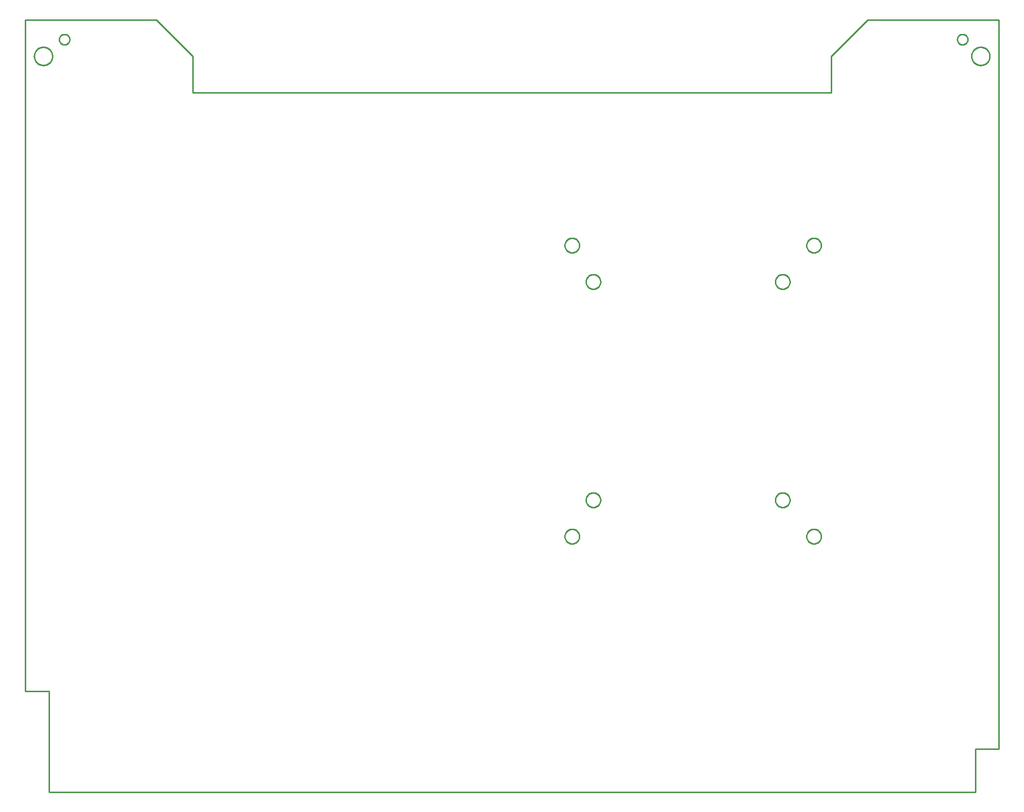
<source format=gko>
G04 EAGLE Gerber RS-274X export*
G75*
%MOMM*%
%FSLAX34Y34*%
%LPD*%
%INBoard Outline*%
%IPPOS*%
%AMOC8*
5,1,8,0,0,1.08239X$1,22.5*%
G01*
%ADD10C,0.000000*%
%ADD11C,0.127000*%
%ADD12C,0.254000*%


D10*
X-977900Y254000D02*
X-977896Y254312D01*
X-977885Y254623D01*
X-977866Y254934D01*
X-977839Y255245D01*
X-977804Y255555D01*
X-977763Y255863D01*
X-977713Y256171D01*
X-977656Y256478D01*
X-977591Y256783D01*
X-977519Y257086D01*
X-977440Y257387D01*
X-977353Y257687D01*
X-977259Y257984D01*
X-977158Y258279D01*
X-977049Y258571D01*
X-976933Y258860D01*
X-976810Y259147D01*
X-976681Y259430D01*
X-976544Y259710D01*
X-976400Y259987D01*
X-976250Y260260D01*
X-976093Y260529D01*
X-975930Y260794D01*
X-975760Y261056D01*
X-975583Y261313D01*
X-975401Y261565D01*
X-975212Y261813D01*
X-975017Y262057D01*
X-974817Y262295D01*
X-974610Y262529D01*
X-974398Y262757D01*
X-974180Y262980D01*
X-973957Y263198D01*
X-973729Y263410D01*
X-973495Y263617D01*
X-973257Y263817D01*
X-973013Y264012D01*
X-972765Y264201D01*
X-972513Y264383D01*
X-972256Y264560D01*
X-971994Y264730D01*
X-971729Y264893D01*
X-971460Y265050D01*
X-971187Y265200D01*
X-970910Y265344D01*
X-970630Y265481D01*
X-970347Y265610D01*
X-970060Y265733D01*
X-969771Y265849D01*
X-969479Y265958D01*
X-969184Y266059D01*
X-968887Y266153D01*
X-968587Y266240D01*
X-968286Y266319D01*
X-967983Y266391D01*
X-967678Y266456D01*
X-967371Y266513D01*
X-967063Y266563D01*
X-966755Y266604D01*
X-966445Y266639D01*
X-966134Y266666D01*
X-965823Y266685D01*
X-965512Y266696D01*
X-965200Y266700D01*
X-964888Y266696D01*
X-964577Y266685D01*
X-964266Y266666D01*
X-963955Y266639D01*
X-963645Y266604D01*
X-963337Y266563D01*
X-963029Y266513D01*
X-962722Y266456D01*
X-962417Y266391D01*
X-962114Y266319D01*
X-961813Y266240D01*
X-961513Y266153D01*
X-961216Y266059D01*
X-960921Y265958D01*
X-960629Y265849D01*
X-960340Y265733D01*
X-960053Y265610D01*
X-959770Y265481D01*
X-959490Y265344D01*
X-959213Y265200D01*
X-958940Y265050D01*
X-958671Y264893D01*
X-958406Y264730D01*
X-958144Y264560D01*
X-957887Y264383D01*
X-957635Y264201D01*
X-957387Y264012D01*
X-957143Y263817D01*
X-956905Y263617D01*
X-956671Y263410D01*
X-956443Y263198D01*
X-956220Y262980D01*
X-956002Y262757D01*
X-955790Y262529D01*
X-955583Y262295D01*
X-955383Y262057D01*
X-955188Y261813D01*
X-954999Y261565D01*
X-954817Y261313D01*
X-954640Y261056D01*
X-954470Y260794D01*
X-954307Y260529D01*
X-954150Y260260D01*
X-954000Y259987D01*
X-953856Y259710D01*
X-953719Y259430D01*
X-953590Y259147D01*
X-953467Y258860D01*
X-953351Y258571D01*
X-953242Y258279D01*
X-953141Y257984D01*
X-953047Y257687D01*
X-952960Y257387D01*
X-952881Y257086D01*
X-952809Y256783D01*
X-952744Y256478D01*
X-952687Y256171D01*
X-952637Y255863D01*
X-952596Y255555D01*
X-952561Y255245D01*
X-952534Y254934D01*
X-952515Y254623D01*
X-952504Y254312D01*
X-952500Y254000D01*
X-952504Y253688D01*
X-952515Y253377D01*
X-952534Y253066D01*
X-952561Y252755D01*
X-952596Y252445D01*
X-952637Y252137D01*
X-952687Y251829D01*
X-952744Y251522D01*
X-952809Y251217D01*
X-952881Y250914D01*
X-952960Y250613D01*
X-953047Y250313D01*
X-953141Y250016D01*
X-953242Y249721D01*
X-953351Y249429D01*
X-953467Y249140D01*
X-953590Y248853D01*
X-953719Y248570D01*
X-953856Y248290D01*
X-954000Y248013D01*
X-954150Y247740D01*
X-954307Y247471D01*
X-954470Y247206D01*
X-954640Y246944D01*
X-954817Y246687D01*
X-954999Y246435D01*
X-955188Y246187D01*
X-955383Y245943D01*
X-955583Y245705D01*
X-955790Y245471D01*
X-956002Y245243D01*
X-956220Y245020D01*
X-956443Y244802D01*
X-956671Y244590D01*
X-956905Y244383D01*
X-957143Y244183D01*
X-957387Y243988D01*
X-957635Y243799D01*
X-957887Y243617D01*
X-958144Y243440D01*
X-958406Y243270D01*
X-958671Y243107D01*
X-958940Y242950D01*
X-959213Y242800D01*
X-959490Y242656D01*
X-959770Y242519D01*
X-960053Y242390D01*
X-960340Y242267D01*
X-960629Y242151D01*
X-960921Y242042D01*
X-961216Y241941D01*
X-961513Y241847D01*
X-961813Y241760D01*
X-962114Y241681D01*
X-962417Y241609D01*
X-962722Y241544D01*
X-963029Y241487D01*
X-963337Y241437D01*
X-963645Y241396D01*
X-963955Y241361D01*
X-964266Y241334D01*
X-964577Y241315D01*
X-964888Y241304D01*
X-965200Y241300D01*
X-965512Y241304D01*
X-965823Y241315D01*
X-966134Y241334D01*
X-966445Y241361D01*
X-966755Y241396D01*
X-967063Y241437D01*
X-967371Y241487D01*
X-967678Y241544D01*
X-967983Y241609D01*
X-968286Y241681D01*
X-968587Y241760D01*
X-968887Y241847D01*
X-969184Y241941D01*
X-969479Y242042D01*
X-969771Y242151D01*
X-970060Y242267D01*
X-970347Y242390D01*
X-970630Y242519D01*
X-970910Y242656D01*
X-971187Y242800D01*
X-971460Y242950D01*
X-971729Y243107D01*
X-971994Y243270D01*
X-972256Y243440D01*
X-972513Y243617D01*
X-972765Y243799D01*
X-973013Y243988D01*
X-973257Y244183D01*
X-973495Y244383D01*
X-973729Y244590D01*
X-973957Y244802D01*
X-974180Y245020D01*
X-974398Y245243D01*
X-974610Y245471D01*
X-974817Y245705D01*
X-975017Y245943D01*
X-975212Y246187D01*
X-975401Y246435D01*
X-975583Y246687D01*
X-975760Y246944D01*
X-975930Y247206D01*
X-976093Y247471D01*
X-976250Y247740D01*
X-976400Y248013D01*
X-976544Y248290D01*
X-976681Y248570D01*
X-976810Y248853D01*
X-976933Y249140D01*
X-977049Y249429D01*
X-977158Y249721D01*
X-977259Y250016D01*
X-977353Y250313D01*
X-977440Y250613D01*
X-977519Y250914D01*
X-977591Y251217D01*
X-977656Y251522D01*
X-977713Y251829D01*
X-977763Y252137D01*
X-977804Y252445D01*
X-977839Y252755D01*
X-977866Y253066D01*
X-977885Y253377D01*
X-977896Y253688D01*
X-977900Y254000D01*
X-647700Y254000D02*
X-647696Y254312D01*
X-647685Y254623D01*
X-647666Y254934D01*
X-647639Y255245D01*
X-647604Y255555D01*
X-647563Y255863D01*
X-647513Y256171D01*
X-647456Y256478D01*
X-647391Y256783D01*
X-647319Y257086D01*
X-647240Y257387D01*
X-647153Y257687D01*
X-647059Y257984D01*
X-646958Y258279D01*
X-646849Y258571D01*
X-646733Y258860D01*
X-646610Y259147D01*
X-646481Y259430D01*
X-646344Y259710D01*
X-646200Y259987D01*
X-646050Y260260D01*
X-645893Y260529D01*
X-645730Y260794D01*
X-645560Y261056D01*
X-645383Y261313D01*
X-645201Y261565D01*
X-645012Y261813D01*
X-644817Y262057D01*
X-644617Y262295D01*
X-644410Y262529D01*
X-644198Y262757D01*
X-643980Y262980D01*
X-643757Y263198D01*
X-643529Y263410D01*
X-643295Y263617D01*
X-643057Y263817D01*
X-642813Y264012D01*
X-642565Y264201D01*
X-642313Y264383D01*
X-642056Y264560D01*
X-641794Y264730D01*
X-641529Y264893D01*
X-641260Y265050D01*
X-640987Y265200D01*
X-640710Y265344D01*
X-640430Y265481D01*
X-640147Y265610D01*
X-639860Y265733D01*
X-639571Y265849D01*
X-639279Y265958D01*
X-638984Y266059D01*
X-638687Y266153D01*
X-638387Y266240D01*
X-638086Y266319D01*
X-637783Y266391D01*
X-637478Y266456D01*
X-637171Y266513D01*
X-636863Y266563D01*
X-636555Y266604D01*
X-636245Y266639D01*
X-635934Y266666D01*
X-635623Y266685D01*
X-635312Y266696D01*
X-635000Y266700D01*
X-634688Y266696D01*
X-634377Y266685D01*
X-634066Y266666D01*
X-633755Y266639D01*
X-633445Y266604D01*
X-633137Y266563D01*
X-632829Y266513D01*
X-632522Y266456D01*
X-632217Y266391D01*
X-631914Y266319D01*
X-631613Y266240D01*
X-631313Y266153D01*
X-631016Y266059D01*
X-630721Y265958D01*
X-630429Y265849D01*
X-630140Y265733D01*
X-629853Y265610D01*
X-629570Y265481D01*
X-629290Y265344D01*
X-629013Y265200D01*
X-628740Y265050D01*
X-628471Y264893D01*
X-628206Y264730D01*
X-627944Y264560D01*
X-627687Y264383D01*
X-627435Y264201D01*
X-627187Y264012D01*
X-626943Y263817D01*
X-626705Y263617D01*
X-626471Y263410D01*
X-626243Y263198D01*
X-626020Y262980D01*
X-625802Y262757D01*
X-625590Y262529D01*
X-625383Y262295D01*
X-625183Y262057D01*
X-624988Y261813D01*
X-624799Y261565D01*
X-624617Y261313D01*
X-624440Y261056D01*
X-624270Y260794D01*
X-624107Y260529D01*
X-623950Y260260D01*
X-623800Y259987D01*
X-623656Y259710D01*
X-623519Y259430D01*
X-623390Y259147D01*
X-623267Y258860D01*
X-623151Y258571D01*
X-623042Y258279D01*
X-622941Y257984D01*
X-622847Y257687D01*
X-622760Y257387D01*
X-622681Y257086D01*
X-622609Y256783D01*
X-622544Y256478D01*
X-622487Y256171D01*
X-622437Y255863D01*
X-622396Y255555D01*
X-622361Y255245D01*
X-622334Y254934D01*
X-622315Y254623D01*
X-622304Y254312D01*
X-622300Y254000D01*
X-622304Y253688D01*
X-622315Y253377D01*
X-622334Y253066D01*
X-622361Y252755D01*
X-622396Y252445D01*
X-622437Y252137D01*
X-622487Y251829D01*
X-622544Y251522D01*
X-622609Y251217D01*
X-622681Y250914D01*
X-622760Y250613D01*
X-622847Y250313D01*
X-622941Y250016D01*
X-623042Y249721D01*
X-623151Y249429D01*
X-623267Y249140D01*
X-623390Y248853D01*
X-623519Y248570D01*
X-623656Y248290D01*
X-623800Y248013D01*
X-623950Y247740D01*
X-624107Y247471D01*
X-624270Y247206D01*
X-624440Y246944D01*
X-624617Y246687D01*
X-624799Y246435D01*
X-624988Y246187D01*
X-625183Y245943D01*
X-625383Y245705D01*
X-625590Y245471D01*
X-625802Y245243D01*
X-626020Y245020D01*
X-626243Y244802D01*
X-626471Y244590D01*
X-626705Y244383D01*
X-626943Y244183D01*
X-627187Y243988D01*
X-627435Y243799D01*
X-627687Y243617D01*
X-627944Y243440D01*
X-628206Y243270D01*
X-628471Y243107D01*
X-628740Y242950D01*
X-629013Y242800D01*
X-629290Y242656D01*
X-629570Y242519D01*
X-629853Y242390D01*
X-630140Y242267D01*
X-630429Y242151D01*
X-630721Y242042D01*
X-631016Y241941D01*
X-631313Y241847D01*
X-631613Y241760D01*
X-631914Y241681D01*
X-632217Y241609D01*
X-632522Y241544D01*
X-632829Y241487D01*
X-633137Y241437D01*
X-633445Y241396D01*
X-633755Y241361D01*
X-634066Y241334D01*
X-634377Y241315D01*
X-634688Y241304D01*
X-635000Y241300D01*
X-635312Y241304D01*
X-635623Y241315D01*
X-635934Y241334D01*
X-636245Y241361D01*
X-636555Y241396D01*
X-636863Y241437D01*
X-637171Y241487D01*
X-637478Y241544D01*
X-637783Y241609D01*
X-638086Y241681D01*
X-638387Y241760D01*
X-638687Y241847D01*
X-638984Y241941D01*
X-639279Y242042D01*
X-639571Y242151D01*
X-639860Y242267D01*
X-640147Y242390D01*
X-640430Y242519D01*
X-640710Y242656D01*
X-640987Y242800D01*
X-641260Y242950D01*
X-641529Y243107D01*
X-641794Y243270D01*
X-642056Y243440D01*
X-642313Y243617D01*
X-642565Y243799D01*
X-642813Y243988D01*
X-643057Y244183D01*
X-643295Y244383D01*
X-643529Y244590D01*
X-643757Y244802D01*
X-643980Y245020D01*
X-644198Y245243D01*
X-644410Y245471D01*
X-644617Y245705D01*
X-644817Y245943D01*
X-645012Y246187D01*
X-645201Y246435D01*
X-645383Y246687D01*
X-645560Y246944D01*
X-645730Y247206D01*
X-645893Y247471D01*
X-646050Y247740D01*
X-646200Y248013D01*
X-646344Y248290D01*
X-646481Y248570D01*
X-646610Y248853D01*
X-646733Y249140D01*
X-646849Y249429D01*
X-646958Y249721D01*
X-647059Y250016D01*
X-647153Y250313D01*
X-647240Y250613D01*
X-647319Y250914D01*
X-647391Y251217D01*
X-647456Y251522D01*
X-647513Y251829D01*
X-647563Y252137D01*
X-647604Y252445D01*
X-647639Y252755D01*
X-647666Y253066D01*
X-647685Y253377D01*
X-647696Y253688D01*
X-647700Y254000D01*
X-977900Y-127000D02*
X-977896Y-126688D01*
X-977885Y-126377D01*
X-977866Y-126066D01*
X-977839Y-125755D01*
X-977804Y-125445D01*
X-977763Y-125137D01*
X-977713Y-124829D01*
X-977656Y-124522D01*
X-977591Y-124217D01*
X-977519Y-123914D01*
X-977440Y-123613D01*
X-977353Y-123313D01*
X-977259Y-123016D01*
X-977158Y-122721D01*
X-977049Y-122429D01*
X-976933Y-122140D01*
X-976810Y-121853D01*
X-976681Y-121570D01*
X-976544Y-121290D01*
X-976400Y-121013D01*
X-976250Y-120740D01*
X-976093Y-120471D01*
X-975930Y-120206D01*
X-975760Y-119944D01*
X-975583Y-119687D01*
X-975401Y-119435D01*
X-975212Y-119187D01*
X-975017Y-118943D01*
X-974817Y-118705D01*
X-974610Y-118471D01*
X-974398Y-118243D01*
X-974180Y-118020D01*
X-973957Y-117802D01*
X-973729Y-117590D01*
X-973495Y-117383D01*
X-973257Y-117183D01*
X-973013Y-116988D01*
X-972765Y-116799D01*
X-972513Y-116617D01*
X-972256Y-116440D01*
X-971994Y-116270D01*
X-971729Y-116107D01*
X-971460Y-115950D01*
X-971187Y-115800D01*
X-970910Y-115656D01*
X-970630Y-115519D01*
X-970347Y-115390D01*
X-970060Y-115267D01*
X-969771Y-115151D01*
X-969479Y-115042D01*
X-969184Y-114941D01*
X-968887Y-114847D01*
X-968587Y-114760D01*
X-968286Y-114681D01*
X-967983Y-114609D01*
X-967678Y-114544D01*
X-967371Y-114487D01*
X-967063Y-114437D01*
X-966755Y-114396D01*
X-966445Y-114361D01*
X-966134Y-114334D01*
X-965823Y-114315D01*
X-965512Y-114304D01*
X-965200Y-114300D01*
X-964888Y-114304D01*
X-964577Y-114315D01*
X-964266Y-114334D01*
X-963955Y-114361D01*
X-963645Y-114396D01*
X-963337Y-114437D01*
X-963029Y-114487D01*
X-962722Y-114544D01*
X-962417Y-114609D01*
X-962114Y-114681D01*
X-961813Y-114760D01*
X-961513Y-114847D01*
X-961216Y-114941D01*
X-960921Y-115042D01*
X-960629Y-115151D01*
X-960340Y-115267D01*
X-960053Y-115390D01*
X-959770Y-115519D01*
X-959490Y-115656D01*
X-959213Y-115800D01*
X-958940Y-115950D01*
X-958671Y-116107D01*
X-958406Y-116270D01*
X-958144Y-116440D01*
X-957887Y-116617D01*
X-957635Y-116799D01*
X-957387Y-116988D01*
X-957143Y-117183D01*
X-956905Y-117383D01*
X-956671Y-117590D01*
X-956443Y-117802D01*
X-956220Y-118020D01*
X-956002Y-118243D01*
X-955790Y-118471D01*
X-955583Y-118705D01*
X-955383Y-118943D01*
X-955188Y-119187D01*
X-954999Y-119435D01*
X-954817Y-119687D01*
X-954640Y-119944D01*
X-954470Y-120206D01*
X-954307Y-120471D01*
X-954150Y-120740D01*
X-954000Y-121013D01*
X-953856Y-121290D01*
X-953719Y-121570D01*
X-953590Y-121853D01*
X-953467Y-122140D01*
X-953351Y-122429D01*
X-953242Y-122721D01*
X-953141Y-123016D01*
X-953047Y-123313D01*
X-952960Y-123613D01*
X-952881Y-123914D01*
X-952809Y-124217D01*
X-952744Y-124522D01*
X-952687Y-124829D01*
X-952637Y-125137D01*
X-952596Y-125445D01*
X-952561Y-125755D01*
X-952534Y-126066D01*
X-952515Y-126377D01*
X-952504Y-126688D01*
X-952500Y-127000D01*
X-952504Y-127312D01*
X-952515Y-127623D01*
X-952534Y-127934D01*
X-952561Y-128245D01*
X-952596Y-128555D01*
X-952637Y-128863D01*
X-952687Y-129171D01*
X-952744Y-129478D01*
X-952809Y-129783D01*
X-952881Y-130086D01*
X-952960Y-130387D01*
X-953047Y-130687D01*
X-953141Y-130984D01*
X-953242Y-131279D01*
X-953351Y-131571D01*
X-953467Y-131860D01*
X-953590Y-132147D01*
X-953719Y-132430D01*
X-953856Y-132710D01*
X-954000Y-132987D01*
X-954150Y-133260D01*
X-954307Y-133529D01*
X-954470Y-133794D01*
X-954640Y-134056D01*
X-954817Y-134313D01*
X-954999Y-134565D01*
X-955188Y-134813D01*
X-955383Y-135057D01*
X-955583Y-135295D01*
X-955790Y-135529D01*
X-956002Y-135757D01*
X-956220Y-135980D01*
X-956443Y-136198D01*
X-956671Y-136410D01*
X-956905Y-136617D01*
X-957143Y-136817D01*
X-957387Y-137012D01*
X-957635Y-137201D01*
X-957887Y-137383D01*
X-958144Y-137560D01*
X-958406Y-137730D01*
X-958671Y-137893D01*
X-958940Y-138050D01*
X-959213Y-138200D01*
X-959490Y-138344D01*
X-959770Y-138481D01*
X-960053Y-138610D01*
X-960340Y-138733D01*
X-960629Y-138849D01*
X-960921Y-138958D01*
X-961216Y-139059D01*
X-961513Y-139153D01*
X-961813Y-139240D01*
X-962114Y-139319D01*
X-962417Y-139391D01*
X-962722Y-139456D01*
X-963029Y-139513D01*
X-963337Y-139563D01*
X-963645Y-139604D01*
X-963955Y-139639D01*
X-964266Y-139666D01*
X-964577Y-139685D01*
X-964888Y-139696D01*
X-965200Y-139700D01*
X-965512Y-139696D01*
X-965823Y-139685D01*
X-966134Y-139666D01*
X-966445Y-139639D01*
X-966755Y-139604D01*
X-967063Y-139563D01*
X-967371Y-139513D01*
X-967678Y-139456D01*
X-967983Y-139391D01*
X-968286Y-139319D01*
X-968587Y-139240D01*
X-968887Y-139153D01*
X-969184Y-139059D01*
X-969479Y-138958D01*
X-969771Y-138849D01*
X-970060Y-138733D01*
X-970347Y-138610D01*
X-970630Y-138481D01*
X-970910Y-138344D01*
X-971187Y-138200D01*
X-971460Y-138050D01*
X-971729Y-137893D01*
X-971994Y-137730D01*
X-972256Y-137560D01*
X-972513Y-137383D01*
X-972765Y-137201D01*
X-973013Y-137012D01*
X-973257Y-136817D01*
X-973495Y-136617D01*
X-973729Y-136410D01*
X-973957Y-136198D01*
X-974180Y-135980D01*
X-974398Y-135757D01*
X-974610Y-135529D01*
X-974817Y-135295D01*
X-975017Y-135057D01*
X-975212Y-134813D01*
X-975401Y-134565D01*
X-975583Y-134313D01*
X-975760Y-134056D01*
X-975930Y-133794D01*
X-976093Y-133529D01*
X-976250Y-133260D01*
X-976400Y-132987D01*
X-976544Y-132710D01*
X-976681Y-132430D01*
X-976810Y-132147D01*
X-976933Y-131860D01*
X-977049Y-131571D01*
X-977158Y-131279D01*
X-977259Y-130984D01*
X-977353Y-130687D01*
X-977440Y-130387D01*
X-977519Y-130086D01*
X-977591Y-129783D01*
X-977656Y-129478D01*
X-977713Y-129171D01*
X-977763Y-128863D01*
X-977804Y-128555D01*
X-977839Y-128245D01*
X-977866Y-127934D01*
X-977885Y-127623D01*
X-977896Y-127312D01*
X-977900Y-127000D01*
X-647700Y-127000D02*
X-647696Y-126688D01*
X-647685Y-126377D01*
X-647666Y-126066D01*
X-647639Y-125755D01*
X-647604Y-125445D01*
X-647563Y-125137D01*
X-647513Y-124829D01*
X-647456Y-124522D01*
X-647391Y-124217D01*
X-647319Y-123914D01*
X-647240Y-123613D01*
X-647153Y-123313D01*
X-647059Y-123016D01*
X-646958Y-122721D01*
X-646849Y-122429D01*
X-646733Y-122140D01*
X-646610Y-121853D01*
X-646481Y-121570D01*
X-646344Y-121290D01*
X-646200Y-121013D01*
X-646050Y-120740D01*
X-645893Y-120471D01*
X-645730Y-120206D01*
X-645560Y-119944D01*
X-645383Y-119687D01*
X-645201Y-119435D01*
X-645012Y-119187D01*
X-644817Y-118943D01*
X-644617Y-118705D01*
X-644410Y-118471D01*
X-644198Y-118243D01*
X-643980Y-118020D01*
X-643757Y-117802D01*
X-643529Y-117590D01*
X-643295Y-117383D01*
X-643057Y-117183D01*
X-642813Y-116988D01*
X-642565Y-116799D01*
X-642313Y-116617D01*
X-642056Y-116440D01*
X-641794Y-116270D01*
X-641529Y-116107D01*
X-641260Y-115950D01*
X-640987Y-115800D01*
X-640710Y-115656D01*
X-640430Y-115519D01*
X-640147Y-115390D01*
X-639860Y-115267D01*
X-639571Y-115151D01*
X-639279Y-115042D01*
X-638984Y-114941D01*
X-638687Y-114847D01*
X-638387Y-114760D01*
X-638086Y-114681D01*
X-637783Y-114609D01*
X-637478Y-114544D01*
X-637171Y-114487D01*
X-636863Y-114437D01*
X-636555Y-114396D01*
X-636245Y-114361D01*
X-635934Y-114334D01*
X-635623Y-114315D01*
X-635312Y-114304D01*
X-635000Y-114300D01*
X-634688Y-114304D01*
X-634377Y-114315D01*
X-634066Y-114334D01*
X-633755Y-114361D01*
X-633445Y-114396D01*
X-633137Y-114437D01*
X-632829Y-114487D01*
X-632522Y-114544D01*
X-632217Y-114609D01*
X-631914Y-114681D01*
X-631613Y-114760D01*
X-631313Y-114847D01*
X-631016Y-114941D01*
X-630721Y-115042D01*
X-630429Y-115151D01*
X-630140Y-115267D01*
X-629853Y-115390D01*
X-629570Y-115519D01*
X-629290Y-115656D01*
X-629013Y-115800D01*
X-628740Y-115950D01*
X-628471Y-116107D01*
X-628206Y-116270D01*
X-627944Y-116440D01*
X-627687Y-116617D01*
X-627435Y-116799D01*
X-627187Y-116988D01*
X-626943Y-117183D01*
X-626705Y-117383D01*
X-626471Y-117590D01*
X-626243Y-117802D01*
X-626020Y-118020D01*
X-625802Y-118243D01*
X-625590Y-118471D01*
X-625383Y-118705D01*
X-625183Y-118943D01*
X-624988Y-119187D01*
X-624799Y-119435D01*
X-624617Y-119687D01*
X-624440Y-119944D01*
X-624270Y-120206D01*
X-624107Y-120471D01*
X-623950Y-120740D01*
X-623800Y-121013D01*
X-623656Y-121290D01*
X-623519Y-121570D01*
X-623390Y-121853D01*
X-623267Y-122140D01*
X-623151Y-122429D01*
X-623042Y-122721D01*
X-622941Y-123016D01*
X-622847Y-123313D01*
X-622760Y-123613D01*
X-622681Y-123914D01*
X-622609Y-124217D01*
X-622544Y-124522D01*
X-622487Y-124829D01*
X-622437Y-125137D01*
X-622396Y-125445D01*
X-622361Y-125755D01*
X-622334Y-126066D01*
X-622315Y-126377D01*
X-622304Y-126688D01*
X-622300Y-127000D01*
X-622304Y-127312D01*
X-622315Y-127623D01*
X-622334Y-127934D01*
X-622361Y-128245D01*
X-622396Y-128555D01*
X-622437Y-128863D01*
X-622487Y-129171D01*
X-622544Y-129478D01*
X-622609Y-129783D01*
X-622681Y-130086D01*
X-622760Y-130387D01*
X-622847Y-130687D01*
X-622941Y-130984D01*
X-623042Y-131279D01*
X-623151Y-131571D01*
X-623267Y-131860D01*
X-623390Y-132147D01*
X-623519Y-132430D01*
X-623656Y-132710D01*
X-623800Y-132987D01*
X-623950Y-133260D01*
X-624107Y-133529D01*
X-624270Y-133794D01*
X-624440Y-134056D01*
X-624617Y-134313D01*
X-624799Y-134565D01*
X-624988Y-134813D01*
X-625183Y-135057D01*
X-625383Y-135295D01*
X-625590Y-135529D01*
X-625802Y-135757D01*
X-626020Y-135980D01*
X-626243Y-136198D01*
X-626471Y-136410D01*
X-626705Y-136617D01*
X-626943Y-136817D01*
X-627187Y-137012D01*
X-627435Y-137201D01*
X-627687Y-137383D01*
X-627944Y-137560D01*
X-628206Y-137730D01*
X-628471Y-137893D01*
X-628740Y-138050D01*
X-629013Y-138200D01*
X-629290Y-138344D01*
X-629570Y-138481D01*
X-629853Y-138610D01*
X-630140Y-138733D01*
X-630429Y-138849D01*
X-630721Y-138958D01*
X-631016Y-139059D01*
X-631313Y-139153D01*
X-631613Y-139240D01*
X-631914Y-139319D01*
X-632217Y-139391D01*
X-632522Y-139456D01*
X-632829Y-139513D01*
X-633137Y-139563D01*
X-633445Y-139604D01*
X-633755Y-139639D01*
X-634066Y-139666D01*
X-634377Y-139685D01*
X-634688Y-139696D01*
X-635000Y-139700D01*
X-635312Y-139696D01*
X-635623Y-139685D01*
X-635934Y-139666D01*
X-636245Y-139639D01*
X-636555Y-139604D01*
X-636863Y-139563D01*
X-637171Y-139513D01*
X-637478Y-139456D01*
X-637783Y-139391D01*
X-638086Y-139319D01*
X-638387Y-139240D01*
X-638687Y-139153D01*
X-638984Y-139059D01*
X-639279Y-138958D01*
X-639571Y-138849D01*
X-639860Y-138733D01*
X-640147Y-138610D01*
X-640430Y-138481D01*
X-640710Y-138344D01*
X-640987Y-138200D01*
X-641260Y-138050D01*
X-641529Y-137893D01*
X-641794Y-137730D01*
X-642056Y-137560D01*
X-642313Y-137383D01*
X-642565Y-137201D01*
X-642813Y-137012D01*
X-643057Y-136817D01*
X-643295Y-136617D01*
X-643529Y-136410D01*
X-643757Y-136198D01*
X-643980Y-135980D01*
X-644198Y-135757D01*
X-644410Y-135529D01*
X-644617Y-135295D01*
X-644817Y-135057D01*
X-645012Y-134813D01*
X-645201Y-134565D01*
X-645383Y-134313D01*
X-645560Y-134056D01*
X-645730Y-133794D01*
X-645893Y-133529D01*
X-646050Y-133260D01*
X-646200Y-132987D01*
X-646344Y-132710D01*
X-646481Y-132430D01*
X-646610Y-132147D01*
X-646733Y-131860D01*
X-646849Y-131571D01*
X-646958Y-131279D01*
X-647059Y-130984D01*
X-647153Y-130687D01*
X-647240Y-130387D01*
X-647319Y-130086D01*
X-647391Y-129783D01*
X-647456Y-129478D01*
X-647513Y-129171D01*
X-647563Y-128863D01*
X-647604Y-128555D01*
X-647639Y-128245D01*
X-647666Y-127934D01*
X-647685Y-127623D01*
X-647696Y-127312D01*
X-647700Y-127000D01*
X-1014730Y317500D02*
X-1014726Y317812D01*
X-1014715Y318123D01*
X-1014696Y318434D01*
X-1014669Y318745D01*
X-1014634Y319055D01*
X-1014593Y319363D01*
X-1014543Y319671D01*
X-1014486Y319978D01*
X-1014421Y320283D01*
X-1014349Y320586D01*
X-1014270Y320887D01*
X-1014183Y321187D01*
X-1014089Y321484D01*
X-1013988Y321779D01*
X-1013879Y322071D01*
X-1013763Y322360D01*
X-1013640Y322647D01*
X-1013511Y322930D01*
X-1013374Y323210D01*
X-1013230Y323487D01*
X-1013080Y323760D01*
X-1012923Y324029D01*
X-1012760Y324294D01*
X-1012590Y324556D01*
X-1012413Y324813D01*
X-1012231Y325065D01*
X-1012042Y325313D01*
X-1011847Y325557D01*
X-1011647Y325795D01*
X-1011440Y326029D01*
X-1011228Y326257D01*
X-1011010Y326480D01*
X-1010787Y326698D01*
X-1010559Y326910D01*
X-1010325Y327117D01*
X-1010087Y327317D01*
X-1009843Y327512D01*
X-1009595Y327701D01*
X-1009343Y327883D01*
X-1009086Y328060D01*
X-1008824Y328230D01*
X-1008559Y328393D01*
X-1008290Y328550D01*
X-1008017Y328700D01*
X-1007740Y328844D01*
X-1007460Y328981D01*
X-1007177Y329110D01*
X-1006890Y329233D01*
X-1006601Y329349D01*
X-1006309Y329458D01*
X-1006014Y329559D01*
X-1005717Y329653D01*
X-1005417Y329740D01*
X-1005116Y329819D01*
X-1004813Y329891D01*
X-1004508Y329956D01*
X-1004201Y330013D01*
X-1003893Y330063D01*
X-1003585Y330104D01*
X-1003275Y330139D01*
X-1002964Y330166D01*
X-1002653Y330185D01*
X-1002342Y330196D01*
X-1002030Y330200D01*
X-1001718Y330196D01*
X-1001407Y330185D01*
X-1001096Y330166D01*
X-1000785Y330139D01*
X-1000475Y330104D01*
X-1000167Y330063D01*
X-999859Y330013D01*
X-999552Y329956D01*
X-999247Y329891D01*
X-998944Y329819D01*
X-998643Y329740D01*
X-998343Y329653D01*
X-998046Y329559D01*
X-997751Y329458D01*
X-997459Y329349D01*
X-997170Y329233D01*
X-996883Y329110D01*
X-996600Y328981D01*
X-996320Y328844D01*
X-996043Y328700D01*
X-995770Y328550D01*
X-995501Y328393D01*
X-995236Y328230D01*
X-994974Y328060D01*
X-994717Y327883D01*
X-994465Y327701D01*
X-994217Y327512D01*
X-993973Y327317D01*
X-993735Y327117D01*
X-993501Y326910D01*
X-993273Y326698D01*
X-993050Y326480D01*
X-992832Y326257D01*
X-992620Y326029D01*
X-992413Y325795D01*
X-992213Y325557D01*
X-992018Y325313D01*
X-991829Y325065D01*
X-991647Y324813D01*
X-991470Y324556D01*
X-991300Y324294D01*
X-991137Y324029D01*
X-990980Y323760D01*
X-990830Y323487D01*
X-990686Y323210D01*
X-990549Y322930D01*
X-990420Y322647D01*
X-990297Y322360D01*
X-990181Y322071D01*
X-990072Y321779D01*
X-989971Y321484D01*
X-989877Y321187D01*
X-989790Y320887D01*
X-989711Y320586D01*
X-989639Y320283D01*
X-989574Y319978D01*
X-989517Y319671D01*
X-989467Y319363D01*
X-989426Y319055D01*
X-989391Y318745D01*
X-989364Y318434D01*
X-989345Y318123D01*
X-989334Y317812D01*
X-989330Y317500D01*
X-989334Y317188D01*
X-989345Y316877D01*
X-989364Y316566D01*
X-989391Y316255D01*
X-989426Y315945D01*
X-989467Y315637D01*
X-989517Y315329D01*
X-989574Y315022D01*
X-989639Y314717D01*
X-989711Y314414D01*
X-989790Y314113D01*
X-989877Y313813D01*
X-989971Y313516D01*
X-990072Y313221D01*
X-990181Y312929D01*
X-990297Y312640D01*
X-990420Y312353D01*
X-990549Y312070D01*
X-990686Y311790D01*
X-990830Y311513D01*
X-990980Y311240D01*
X-991137Y310971D01*
X-991300Y310706D01*
X-991470Y310444D01*
X-991647Y310187D01*
X-991829Y309935D01*
X-992018Y309687D01*
X-992213Y309443D01*
X-992413Y309205D01*
X-992620Y308971D01*
X-992832Y308743D01*
X-993050Y308520D01*
X-993273Y308302D01*
X-993501Y308090D01*
X-993735Y307883D01*
X-993973Y307683D01*
X-994217Y307488D01*
X-994465Y307299D01*
X-994717Y307117D01*
X-994974Y306940D01*
X-995236Y306770D01*
X-995501Y306607D01*
X-995770Y306450D01*
X-996043Y306300D01*
X-996320Y306156D01*
X-996600Y306019D01*
X-996883Y305890D01*
X-997170Y305767D01*
X-997459Y305651D01*
X-997751Y305542D01*
X-998046Y305441D01*
X-998343Y305347D01*
X-998643Y305260D01*
X-998944Y305181D01*
X-999247Y305109D01*
X-999552Y305044D01*
X-999859Y304987D01*
X-1000167Y304937D01*
X-1000475Y304896D01*
X-1000785Y304861D01*
X-1001096Y304834D01*
X-1001407Y304815D01*
X-1001718Y304804D01*
X-1002030Y304800D01*
X-1002342Y304804D01*
X-1002653Y304815D01*
X-1002964Y304834D01*
X-1003275Y304861D01*
X-1003585Y304896D01*
X-1003893Y304937D01*
X-1004201Y304987D01*
X-1004508Y305044D01*
X-1004813Y305109D01*
X-1005116Y305181D01*
X-1005417Y305260D01*
X-1005717Y305347D01*
X-1006014Y305441D01*
X-1006309Y305542D01*
X-1006601Y305651D01*
X-1006890Y305767D01*
X-1007177Y305890D01*
X-1007460Y306019D01*
X-1007740Y306156D01*
X-1008017Y306300D01*
X-1008290Y306450D01*
X-1008559Y306607D01*
X-1008824Y306770D01*
X-1009086Y306940D01*
X-1009343Y307117D01*
X-1009595Y307299D01*
X-1009843Y307488D01*
X-1010087Y307683D01*
X-1010325Y307883D01*
X-1010559Y308090D01*
X-1010787Y308302D01*
X-1011010Y308520D01*
X-1011228Y308743D01*
X-1011440Y308971D01*
X-1011647Y309205D01*
X-1011847Y309443D01*
X-1012042Y309687D01*
X-1012231Y309935D01*
X-1012413Y310187D01*
X-1012590Y310444D01*
X-1012760Y310706D01*
X-1012923Y310971D01*
X-1013080Y311240D01*
X-1013230Y311513D01*
X-1013374Y311790D01*
X-1013511Y312070D01*
X-1013640Y312353D01*
X-1013763Y312640D01*
X-1013879Y312929D01*
X-1013988Y313221D01*
X-1014089Y313516D01*
X-1014183Y313813D01*
X-1014270Y314113D01*
X-1014349Y314414D01*
X-1014421Y314717D01*
X-1014486Y315022D01*
X-1014543Y315329D01*
X-1014593Y315637D01*
X-1014634Y315945D01*
X-1014669Y316255D01*
X-1014696Y316566D01*
X-1014715Y316877D01*
X-1014726Y317188D01*
X-1014730Y317500D01*
X-593090Y317500D02*
X-593086Y317812D01*
X-593075Y318123D01*
X-593056Y318434D01*
X-593029Y318745D01*
X-592994Y319055D01*
X-592953Y319363D01*
X-592903Y319671D01*
X-592846Y319978D01*
X-592781Y320283D01*
X-592709Y320586D01*
X-592630Y320887D01*
X-592543Y321187D01*
X-592449Y321484D01*
X-592348Y321779D01*
X-592239Y322071D01*
X-592123Y322360D01*
X-592000Y322647D01*
X-591871Y322930D01*
X-591734Y323210D01*
X-591590Y323487D01*
X-591440Y323760D01*
X-591283Y324029D01*
X-591120Y324294D01*
X-590950Y324556D01*
X-590773Y324813D01*
X-590591Y325065D01*
X-590402Y325313D01*
X-590207Y325557D01*
X-590007Y325795D01*
X-589800Y326029D01*
X-589588Y326257D01*
X-589370Y326480D01*
X-589147Y326698D01*
X-588919Y326910D01*
X-588685Y327117D01*
X-588447Y327317D01*
X-588203Y327512D01*
X-587955Y327701D01*
X-587703Y327883D01*
X-587446Y328060D01*
X-587184Y328230D01*
X-586919Y328393D01*
X-586650Y328550D01*
X-586377Y328700D01*
X-586100Y328844D01*
X-585820Y328981D01*
X-585537Y329110D01*
X-585250Y329233D01*
X-584961Y329349D01*
X-584669Y329458D01*
X-584374Y329559D01*
X-584077Y329653D01*
X-583777Y329740D01*
X-583476Y329819D01*
X-583173Y329891D01*
X-582868Y329956D01*
X-582561Y330013D01*
X-582253Y330063D01*
X-581945Y330104D01*
X-581635Y330139D01*
X-581324Y330166D01*
X-581013Y330185D01*
X-580702Y330196D01*
X-580390Y330200D01*
X-580078Y330196D01*
X-579767Y330185D01*
X-579456Y330166D01*
X-579145Y330139D01*
X-578835Y330104D01*
X-578527Y330063D01*
X-578219Y330013D01*
X-577912Y329956D01*
X-577607Y329891D01*
X-577304Y329819D01*
X-577003Y329740D01*
X-576703Y329653D01*
X-576406Y329559D01*
X-576111Y329458D01*
X-575819Y329349D01*
X-575530Y329233D01*
X-575243Y329110D01*
X-574960Y328981D01*
X-574680Y328844D01*
X-574403Y328700D01*
X-574130Y328550D01*
X-573861Y328393D01*
X-573596Y328230D01*
X-573334Y328060D01*
X-573077Y327883D01*
X-572825Y327701D01*
X-572577Y327512D01*
X-572333Y327317D01*
X-572095Y327117D01*
X-571861Y326910D01*
X-571633Y326698D01*
X-571410Y326480D01*
X-571192Y326257D01*
X-570980Y326029D01*
X-570773Y325795D01*
X-570573Y325557D01*
X-570378Y325313D01*
X-570189Y325065D01*
X-570007Y324813D01*
X-569830Y324556D01*
X-569660Y324294D01*
X-569497Y324029D01*
X-569340Y323760D01*
X-569190Y323487D01*
X-569046Y323210D01*
X-568909Y322930D01*
X-568780Y322647D01*
X-568657Y322360D01*
X-568541Y322071D01*
X-568432Y321779D01*
X-568331Y321484D01*
X-568237Y321187D01*
X-568150Y320887D01*
X-568071Y320586D01*
X-567999Y320283D01*
X-567934Y319978D01*
X-567877Y319671D01*
X-567827Y319363D01*
X-567786Y319055D01*
X-567751Y318745D01*
X-567724Y318434D01*
X-567705Y318123D01*
X-567694Y317812D01*
X-567690Y317500D01*
X-567694Y317188D01*
X-567705Y316877D01*
X-567724Y316566D01*
X-567751Y316255D01*
X-567786Y315945D01*
X-567827Y315637D01*
X-567877Y315329D01*
X-567934Y315022D01*
X-567999Y314717D01*
X-568071Y314414D01*
X-568150Y314113D01*
X-568237Y313813D01*
X-568331Y313516D01*
X-568432Y313221D01*
X-568541Y312929D01*
X-568657Y312640D01*
X-568780Y312353D01*
X-568909Y312070D01*
X-569046Y311790D01*
X-569190Y311513D01*
X-569340Y311240D01*
X-569497Y310971D01*
X-569660Y310706D01*
X-569830Y310444D01*
X-570007Y310187D01*
X-570189Y309935D01*
X-570378Y309687D01*
X-570573Y309443D01*
X-570773Y309205D01*
X-570980Y308971D01*
X-571192Y308743D01*
X-571410Y308520D01*
X-571633Y308302D01*
X-571861Y308090D01*
X-572095Y307883D01*
X-572333Y307683D01*
X-572577Y307488D01*
X-572825Y307299D01*
X-573077Y307117D01*
X-573334Y306940D01*
X-573596Y306770D01*
X-573861Y306607D01*
X-574130Y306450D01*
X-574403Y306300D01*
X-574680Y306156D01*
X-574960Y306019D01*
X-575243Y305890D01*
X-575530Y305767D01*
X-575819Y305651D01*
X-576111Y305542D01*
X-576406Y305441D01*
X-576703Y305347D01*
X-577003Y305260D01*
X-577304Y305181D01*
X-577607Y305109D01*
X-577912Y305044D01*
X-578219Y304987D01*
X-578527Y304937D01*
X-578835Y304896D01*
X-579145Y304861D01*
X-579456Y304834D01*
X-579767Y304815D01*
X-580078Y304804D01*
X-580390Y304800D01*
X-580702Y304804D01*
X-581013Y304815D01*
X-581324Y304834D01*
X-581635Y304861D01*
X-581945Y304896D01*
X-582253Y304937D01*
X-582561Y304987D01*
X-582868Y305044D01*
X-583173Y305109D01*
X-583476Y305181D01*
X-583777Y305260D01*
X-584077Y305347D01*
X-584374Y305441D01*
X-584669Y305542D01*
X-584961Y305651D01*
X-585250Y305767D01*
X-585537Y305890D01*
X-585820Y306019D01*
X-586100Y306156D01*
X-586377Y306300D01*
X-586650Y306450D01*
X-586919Y306607D01*
X-587184Y306770D01*
X-587446Y306940D01*
X-587703Y307117D01*
X-587955Y307299D01*
X-588203Y307488D01*
X-588447Y307683D01*
X-588685Y307883D01*
X-588919Y308090D01*
X-589147Y308302D01*
X-589370Y308520D01*
X-589588Y308743D01*
X-589800Y308971D01*
X-590007Y309205D01*
X-590207Y309443D01*
X-590402Y309687D01*
X-590591Y309935D01*
X-590773Y310187D01*
X-590950Y310444D01*
X-591120Y310706D01*
X-591283Y310971D01*
X-591440Y311240D01*
X-591590Y311513D01*
X-591734Y311790D01*
X-591871Y312070D01*
X-592000Y312353D01*
X-592123Y312640D01*
X-592239Y312929D01*
X-592348Y313221D01*
X-592449Y313516D01*
X-592543Y313813D01*
X-592630Y314113D01*
X-592709Y314414D01*
X-592781Y314717D01*
X-592846Y315022D01*
X-592903Y315329D01*
X-592953Y315637D01*
X-592994Y315945D01*
X-593029Y316255D01*
X-593056Y316566D01*
X-593075Y316877D01*
X-593086Y317188D01*
X-593090Y317500D01*
X-1014730Y-190500D02*
X-1014726Y-190188D01*
X-1014715Y-189877D01*
X-1014696Y-189566D01*
X-1014669Y-189255D01*
X-1014634Y-188945D01*
X-1014593Y-188637D01*
X-1014543Y-188329D01*
X-1014486Y-188022D01*
X-1014421Y-187717D01*
X-1014349Y-187414D01*
X-1014270Y-187113D01*
X-1014183Y-186813D01*
X-1014089Y-186516D01*
X-1013988Y-186221D01*
X-1013879Y-185929D01*
X-1013763Y-185640D01*
X-1013640Y-185353D01*
X-1013511Y-185070D01*
X-1013374Y-184790D01*
X-1013230Y-184513D01*
X-1013080Y-184240D01*
X-1012923Y-183971D01*
X-1012760Y-183706D01*
X-1012590Y-183444D01*
X-1012413Y-183187D01*
X-1012231Y-182935D01*
X-1012042Y-182687D01*
X-1011847Y-182443D01*
X-1011647Y-182205D01*
X-1011440Y-181971D01*
X-1011228Y-181743D01*
X-1011010Y-181520D01*
X-1010787Y-181302D01*
X-1010559Y-181090D01*
X-1010325Y-180883D01*
X-1010087Y-180683D01*
X-1009843Y-180488D01*
X-1009595Y-180299D01*
X-1009343Y-180117D01*
X-1009086Y-179940D01*
X-1008824Y-179770D01*
X-1008559Y-179607D01*
X-1008290Y-179450D01*
X-1008017Y-179300D01*
X-1007740Y-179156D01*
X-1007460Y-179019D01*
X-1007177Y-178890D01*
X-1006890Y-178767D01*
X-1006601Y-178651D01*
X-1006309Y-178542D01*
X-1006014Y-178441D01*
X-1005717Y-178347D01*
X-1005417Y-178260D01*
X-1005116Y-178181D01*
X-1004813Y-178109D01*
X-1004508Y-178044D01*
X-1004201Y-177987D01*
X-1003893Y-177937D01*
X-1003585Y-177896D01*
X-1003275Y-177861D01*
X-1002964Y-177834D01*
X-1002653Y-177815D01*
X-1002342Y-177804D01*
X-1002030Y-177800D01*
X-1001718Y-177804D01*
X-1001407Y-177815D01*
X-1001096Y-177834D01*
X-1000785Y-177861D01*
X-1000475Y-177896D01*
X-1000167Y-177937D01*
X-999859Y-177987D01*
X-999552Y-178044D01*
X-999247Y-178109D01*
X-998944Y-178181D01*
X-998643Y-178260D01*
X-998343Y-178347D01*
X-998046Y-178441D01*
X-997751Y-178542D01*
X-997459Y-178651D01*
X-997170Y-178767D01*
X-996883Y-178890D01*
X-996600Y-179019D01*
X-996320Y-179156D01*
X-996043Y-179300D01*
X-995770Y-179450D01*
X-995501Y-179607D01*
X-995236Y-179770D01*
X-994974Y-179940D01*
X-994717Y-180117D01*
X-994465Y-180299D01*
X-994217Y-180488D01*
X-993973Y-180683D01*
X-993735Y-180883D01*
X-993501Y-181090D01*
X-993273Y-181302D01*
X-993050Y-181520D01*
X-992832Y-181743D01*
X-992620Y-181971D01*
X-992413Y-182205D01*
X-992213Y-182443D01*
X-992018Y-182687D01*
X-991829Y-182935D01*
X-991647Y-183187D01*
X-991470Y-183444D01*
X-991300Y-183706D01*
X-991137Y-183971D01*
X-990980Y-184240D01*
X-990830Y-184513D01*
X-990686Y-184790D01*
X-990549Y-185070D01*
X-990420Y-185353D01*
X-990297Y-185640D01*
X-990181Y-185929D01*
X-990072Y-186221D01*
X-989971Y-186516D01*
X-989877Y-186813D01*
X-989790Y-187113D01*
X-989711Y-187414D01*
X-989639Y-187717D01*
X-989574Y-188022D01*
X-989517Y-188329D01*
X-989467Y-188637D01*
X-989426Y-188945D01*
X-989391Y-189255D01*
X-989364Y-189566D01*
X-989345Y-189877D01*
X-989334Y-190188D01*
X-989330Y-190500D01*
X-989334Y-190812D01*
X-989345Y-191123D01*
X-989364Y-191434D01*
X-989391Y-191745D01*
X-989426Y-192055D01*
X-989467Y-192363D01*
X-989517Y-192671D01*
X-989574Y-192978D01*
X-989639Y-193283D01*
X-989711Y-193586D01*
X-989790Y-193887D01*
X-989877Y-194187D01*
X-989971Y-194484D01*
X-990072Y-194779D01*
X-990181Y-195071D01*
X-990297Y-195360D01*
X-990420Y-195647D01*
X-990549Y-195930D01*
X-990686Y-196210D01*
X-990830Y-196487D01*
X-990980Y-196760D01*
X-991137Y-197029D01*
X-991300Y-197294D01*
X-991470Y-197556D01*
X-991647Y-197813D01*
X-991829Y-198065D01*
X-992018Y-198313D01*
X-992213Y-198557D01*
X-992413Y-198795D01*
X-992620Y-199029D01*
X-992832Y-199257D01*
X-993050Y-199480D01*
X-993273Y-199698D01*
X-993501Y-199910D01*
X-993735Y-200117D01*
X-993973Y-200317D01*
X-994217Y-200512D01*
X-994465Y-200701D01*
X-994717Y-200883D01*
X-994974Y-201060D01*
X-995236Y-201230D01*
X-995501Y-201393D01*
X-995770Y-201550D01*
X-996043Y-201700D01*
X-996320Y-201844D01*
X-996600Y-201981D01*
X-996883Y-202110D01*
X-997170Y-202233D01*
X-997459Y-202349D01*
X-997751Y-202458D01*
X-998046Y-202559D01*
X-998343Y-202653D01*
X-998643Y-202740D01*
X-998944Y-202819D01*
X-999247Y-202891D01*
X-999552Y-202956D01*
X-999859Y-203013D01*
X-1000167Y-203063D01*
X-1000475Y-203104D01*
X-1000785Y-203139D01*
X-1001096Y-203166D01*
X-1001407Y-203185D01*
X-1001718Y-203196D01*
X-1002030Y-203200D01*
X-1002342Y-203196D01*
X-1002653Y-203185D01*
X-1002964Y-203166D01*
X-1003275Y-203139D01*
X-1003585Y-203104D01*
X-1003893Y-203063D01*
X-1004201Y-203013D01*
X-1004508Y-202956D01*
X-1004813Y-202891D01*
X-1005116Y-202819D01*
X-1005417Y-202740D01*
X-1005717Y-202653D01*
X-1006014Y-202559D01*
X-1006309Y-202458D01*
X-1006601Y-202349D01*
X-1006890Y-202233D01*
X-1007177Y-202110D01*
X-1007460Y-201981D01*
X-1007740Y-201844D01*
X-1008017Y-201700D01*
X-1008290Y-201550D01*
X-1008559Y-201393D01*
X-1008824Y-201230D01*
X-1009086Y-201060D01*
X-1009343Y-200883D01*
X-1009595Y-200701D01*
X-1009843Y-200512D01*
X-1010087Y-200317D01*
X-1010325Y-200117D01*
X-1010559Y-199910D01*
X-1010787Y-199698D01*
X-1011010Y-199480D01*
X-1011228Y-199257D01*
X-1011440Y-199029D01*
X-1011647Y-198795D01*
X-1011847Y-198557D01*
X-1012042Y-198313D01*
X-1012231Y-198065D01*
X-1012413Y-197813D01*
X-1012590Y-197556D01*
X-1012760Y-197294D01*
X-1012923Y-197029D01*
X-1013080Y-196760D01*
X-1013230Y-196487D01*
X-1013374Y-196210D01*
X-1013511Y-195930D01*
X-1013640Y-195647D01*
X-1013763Y-195360D01*
X-1013879Y-195071D01*
X-1013988Y-194779D01*
X-1014089Y-194484D01*
X-1014183Y-194187D01*
X-1014270Y-193887D01*
X-1014349Y-193586D01*
X-1014421Y-193283D01*
X-1014486Y-192978D01*
X-1014543Y-192671D01*
X-1014593Y-192363D01*
X-1014634Y-192055D01*
X-1014669Y-191745D01*
X-1014696Y-191434D01*
X-1014715Y-191123D01*
X-1014726Y-190812D01*
X-1014730Y-190500D01*
X-593090Y-190500D02*
X-593086Y-190188D01*
X-593075Y-189877D01*
X-593056Y-189566D01*
X-593029Y-189255D01*
X-592994Y-188945D01*
X-592953Y-188637D01*
X-592903Y-188329D01*
X-592846Y-188022D01*
X-592781Y-187717D01*
X-592709Y-187414D01*
X-592630Y-187113D01*
X-592543Y-186813D01*
X-592449Y-186516D01*
X-592348Y-186221D01*
X-592239Y-185929D01*
X-592123Y-185640D01*
X-592000Y-185353D01*
X-591871Y-185070D01*
X-591734Y-184790D01*
X-591590Y-184513D01*
X-591440Y-184240D01*
X-591283Y-183971D01*
X-591120Y-183706D01*
X-590950Y-183444D01*
X-590773Y-183187D01*
X-590591Y-182935D01*
X-590402Y-182687D01*
X-590207Y-182443D01*
X-590007Y-182205D01*
X-589800Y-181971D01*
X-589588Y-181743D01*
X-589370Y-181520D01*
X-589147Y-181302D01*
X-588919Y-181090D01*
X-588685Y-180883D01*
X-588447Y-180683D01*
X-588203Y-180488D01*
X-587955Y-180299D01*
X-587703Y-180117D01*
X-587446Y-179940D01*
X-587184Y-179770D01*
X-586919Y-179607D01*
X-586650Y-179450D01*
X-586377Y-179300D01*
X-586100Y-179156D01*
X-585820Y-179019D01*
X-585537Y-178890D01*
X-585250Y-178767D01*
X-584961Y-178651D01*
X-584669Y-178542D01*
X-584374Y-178441D01*
X-584077Y-178347D01*
X-583777Y-178260D01*
X-583476Y-178181D01*
X-583173Y-178109D01*
X-582868Y-178044D01*
X-582561Y-177987D01*
X-582253Y-177937D01*
X-581945Y-177896D01*
X-581635Y-177861D01*
X-581324Y-177834D01*
X-581013Y-177815D01*
X-580702Y-177804D01*
X-580390Y-177800D01*
X-580078Y-177804D01*
X-579767Y-177815D01*
X-579456Y-177834D01*
X-579145Y-177861D01*
X-578835Y-177896D01*
X-578527Y-177937D01*
X-578219Y-177987D01*
X-577912Y-178044D01*
X-577607Y-178109D01*
X-577304Y-178181D01*
X-577003Y-178260D01*
X-576703Y-178347D01*
X-576406Y-178441D01*
X-576111Y-178542D01*
X-575819Y-178651D01*
X-575530Y-178767D01*
X-575243Y-178890D01*
X-574960Y-179019D01*
X-574680Y-179156D01*
X-574403Y-179300D01*
X-574130Y-179450D01*
X-573861Y-179607D01*
X-573596Y-179770D01*
X-573334Y-179940D01*
X-573077Y-180117D01*
X-572825Y-180299D01*
X-572577Y-180488D01*
X-572333Y-180683D01*
X-572095Y-180883D01*
X-571861Y-181090D01*
X-571633Y-181302D01*
X-571410Y-181520D01*
X-571192Y-181743D01*
X-570980Y-181971D01*
X-570773Y-182205D01*
X-570573Y-182443D01*
X-570378Y-182687D01*
X-570189Y-182935D01*
X-570007Y-183187D01*
X-569830Y-183444D01*
X-569660Y-183706D01*
X-569497Y-183971D01*
X-569340Y-184240D01*
X-569190Y-184513D01*
X-569046Y-184790D01*
X-568909Y-185070D01*
X-568780Y-185353D01*
X-568657Y-185640D01*
X-568541Y-185929D01*
X-568432Y-186221D01*
X-568331Y-186516D01*
X-568237Y-186813D01*
X-568150Y-187113D01*
X-568071Y-187414D01*
X-567999Y-187717D01*
X-567934Y-188022D01*
X-567877Y-188329D01*
X-567827Y-188637D01*
X-567786Y-188945D01*
X-567751Y-189255D01*
X-567724Y-189566D01*
X-567705Y-189877D01*
X-567694Y-190188D01*
X-567690Y-190500D01*
X-567694Y-190812D01*
X-567705Y-191123D01*
X-567724Y-191434D01*
X-567751Y-191745D01*
X-567786Y-192055D01*
X-567827Y-192363D01*
X-567877Y-192671D01*
X-567934Y-192978D01*
X-567999Y-193283D01*
X-568071Y-193586D01*
X-568150Y-193887D01*
X-568237Y-194187D01*
X-568331Y-194484D01*
X-568432Y-194779D01*
X-568541Y-195071D01*
X-568657Y-195360D01*
X-568780Y-195647D01*
X-568909Y-195930D01*
X-569046Y-196210D01*
X-569190Y-196487D01*
X-569340Y-196760D01*
X-569497Y-197029D01*
X-569660Y-197294D01*
X-569830Y-197556D01*
X-570007Y-197813D01*
X-570189Y-198065D01*
X-570378Y-198313D01*
X-570573Y-198557D01*
X-570773Y-198795D01*
X-570980Y-199029D01*
X-571192Y-199257D01*
X-571410Y-199480D01*
X-571633Y-199698D01*
X-571861Y-199910D01*
X-572095Y-200117D01*
X-572333Y-200317D01*
X-572577Y-200512D01*
X-572825Y-200701D01*
X-573077Y-200883D01*
X-573334Y-201060D01*
X-573596Y-201230D01*
X-573861Y-201393D01*
X-574130Y-201550D01*
X-574403Y-201700D01*
X-574680Y-201844D01*
X-574960Y-201981D01*
X-575243Y-202110D01*
X-575530Y-202233D01*
X-575819Y-202349D01*
X-576111Y-202458D01*
X-576406Y-202559D01*
X-576703Y-202653D01*
X-577003Y-202740D01*
X-577304Y-202819D01*
X-577607Y-202891D01*
X-577912Y-202956D01*
X-578219Y-203013D01*
X-578527Y-203063D01*
X-578835Y-203104D01*
X-579145Y-203139D01*
X-579456Y-203166D01*
X-579767Y-203185D01*
X-580078Y-203196D01*
X-580390Y-203200D01*
X-580702Y-203196D01*
X-581013Y-203185D01*
X-581324Y-203166D01*
X-581635Y-203139D01*
X-581945Y-203104D01*
X-582253Y-203063D01*
X-582561Y-203013D01*
X-582868Y-202956D01*
X-583173Y-202891D01*
X-583476Y-202819D01*
X-583777Y-202740D01*
X-584077Y-202653D01*
X-584374Y-202559D01*
X-584669Y-202458D01*
X-584961Y-202349D01*
X-585250Y-202233D01*
X-585537Y-202110D01*
X-585820Y-201981D01*
X-586100Y-201844D01*
X-586377Y-201700D01*
X-586650Y-201550D01*
X-586919Y-201393D01*
X-587184Y-201230D01*
X-587446Y-201060D01*
X-587703Y-200883D01*
X-587955Y-200701D01*
X-588203Y-200512D01*
X-588447Y-200317D01*
X-588685Y-200117D01*
X-588919Y-199910D01*
X-589147Y-199698D01*
X-589370Y-199480D01*
X-589588Y-199257D01*
X-589800Y-199029D01*
X-590007Y-198795D01*
X-590207Y-198557D01*
X-590402Y-198313D01*
X-590591Y-198065D01*
X-590773Y-197813D01*
X-590950Y-197556D01*
X-591120Y-197294D01*
X-591283Y-197029D01*
X-591440Y-196760D01*
X-591590Y-196487D01*
X-591734Y-196210D01*
X-591871Y-195930D01*
X-592000Y-195647D01*
X-592123Y-195360D01*
X-592239Y-195071D01*
X-592348Y-194779D01*
X-592449Y-194484D01*
X-592543Y-194187D01*
X-592630Y-193887D01*
X-592709Y-193586D01*
X-592781Y-193283D01*
X-592846Y-192978D01*
X-592903Y-192671D01*
X-592953Y-192363D01*
X-592994Y-192055D01*
X-593029Y-191745D01*
X-593056Y-191434D01*
X-593075Y-191123D01*
X-593086Y-190812D01*
X-593090Y-190500D01*
D11*
X-1955800Y-461010D02*
X-1955800Y711200D01*
X-1955800Y-461010D02*
X-1913890Y-461010D01*
X-1913890Y-636524D01*
X-298958Y-636524D01*
X-298958Y-561594D01*
X-257810Y-561594D01*
X-257810Y711200D01*
X-486410Y711200D01*
X-549910Y647700D01*
X-549910Y584200D01*
X-1663700Y584200D01*
X-1663700Y647700D01*
X-1727200Y711200D01*
X-1955800Y711200D01*
D10*
X-1939925Y647700D02*
X-1939920Y648090D01*
X-1939906Y648479D01*
X-1939882Y648868D01*
X-1939849Y649256D01*
X-1939806Y649643D01*
X-1939753Y650029D01*
X-1939691Y650414D01*
X-1939620Y650797D01*
X-1939539Y651178D01*
X-1939449Y651557D01*
X-1939350Y651934D01*
X-1939241Y652308D01*
X-1939124Y652680D01*
X-1938997Y653048D01*
X-1938861Y653413D01*
X-1938717Y653775D01*
X-1938563Y654133D01*
X-1938401Y654487D01*
X-1938230Y654838D01*
X-1938051Y655183D01*
X-1937863Y655525D01*
X-1937666Y655861D01*
X-1937462Y656193D01*
X-1937250Y656520D01*
X-1937029Y656841D01*
X-1936801Y657157D01*
X-1936565Y657467D01*
X-1936322Y657771D01*
X-1936071Y658069D01*
X-1935813Y658361D01*
X-1935547Y658646D01*
X-1935275Y658925D01*
X-1934996Y659197D01*
X-1934711Y659463D01*
X-1934419Y659721D01*
X-1934121Y659972D01*
X-1933817Y660215D01*
X-1933507Y660451D01*
X-1933191Y660679D01*
X-1932870Y660900D01*
X-1932543Y661112D01*
X-1932211Y661316D01*
X-1931875Y661513D01*
X-1931533Y661701D01*
X-1931188Y661880D01*
X-1930837Y662051D01*
X-1930483Y662213D01*
X-1930125Y662367D01*
X-1929763Y662511D01*
X-1929398Y662647D01*
X-1929030Y662774D01*
X-1928658Y662891D01*
X-1928284Y663000D01*
X-1927907Y663099D01*
X-1927528Y663189D01*
X-1927147Y663270D01*
X-1926764Y663341D01*
X-1926379Y663403D01*
X-1925993Y663456D01*
X-1925606Y663499D01*
X-1925218Y663532D01*
X-1924829Y663556D01*
X-1924440Y663570D01*
X-1924050Y663575D01*
X-1923660Y663570D01*
X-1923271Y663556D01*
X-1922882Y663532D01*
X-1922494Y663499D01*
X-1922107Y663456D01*
X-1921721Y663403D01*
X-1921336Y663341D01*
X-1920953Y663270D01*
X-1920572Y663189D01*
X-1920193Y663099D01*
X-1919816Y663000D01*
X-1919442Y662891D01*
X-1919070Y662774D01*
X-1918702Y662647D01*
X-1918337Y662511D01*
X-1917975Y662367D01*
X-1917617Y662213D01*
X-1917263Y662051D01*
X-1916912Y661880D01*
X-1916567Y661701D01*
X-1916225Y661513D01*
X-1915889Y661316D01*
X-1915557Y661112D01*
X-1915230Y660900D01*
X-1914909Y660679D01*
X-1914593Y660451D01*
X-1914283Y660215D01*
X-1913979Y659972D01*
X-1913681Y659721D01*
X-1913389Y659463D01*
X-1913104Y659197D01*
X-1912825Y658925D01*
X-1912553Y658646D01*
X-1912287Y658361D01*
X-1912029Y658069D01*
X-1911778Y657771D01*
X-1911535Y657467D01*
X-1911299Y657157D01*
X-1911071Y656841D01*
X-1910850Y656520D01*
X-1910638Y656193D01*
X-1910434Y655861D01*
X-1910237Y655525D01*
X-1910049Y655183D01*
X-1909870Y654838D01*
X-1909699Y654487D01*
X-1909537Y654133D01*
X-1909383Y653775D01*
X-1909239Y653413D01*
X-1909103Y653048D01*
X-1908976Y652680D01*
X-1908859Y652308D01*
X-1908750Y651934D01*
X-1908651Y651557D01*
X-1908561Y651178D01*
X-1908480Y650797D01*
X-1908409Y650414D01*
X-1908347Y650029D01*
X-1908294Y649643D01*
X-1908251Y649256D01*
X-1908218Y648868D01*
X-1908194Y648479D01*
X-1908180Y648090D01*
X-1908175Y647700D01*
X-1908180Y647310D01*
X-1908194Y646921D01*
X-1908218Y646532D01*
X-1908251Y646144D01*
X-1908294Y645757D01*
X-1908347Y645371D01*
X-1908409Y644986D01*
X-1908480Y644603D01*
X-1908561Y644222D01*
X-1908651Y643843D01*
X-1908750Y643466D01*
X-1908859Y643092D01*
X-1908976Y642720D01*
X-1909103Y642352D01*
X-1909239Y641987D01*
X-1909383Y641625D01*
X-1909537Y641267D01*
X-1909699Y640913D01*
X-1909870Y640562D01*
X-1910049Y640217D01*
X-1910237Y639875D01*
X-1910434Y639539D01*
X-1910638Y639207D01*
X-1910850Y638880D01*
X-1911071Y638559D01*
X-1911299Y638243D01*
X-1911535Y637933D01*
X-1911778Y637629D01*
X-1912029Y637331D01*
X-1912287Y637039D01*
X-1912553Y636754D01*
X-1912825Y636475D01*
X-1913104Y636203D01*
X-1913389Y635937D01*
X-1913681Y635679D01*
X-1913979Y635428D01*
X-1914283Y635185D01*
X-1914593Y634949D01*
X-1914909Y634721D01*
X-1915230Y634500D01*
X-1915557Y634288D01*
X-1915889Y634084D01*
X-1916225Y633887D01*
X-1916567Y633699D01*
X-1916912Y633520D01*
X-1917263Y633349D01*
X-1917617Y633187D01*
X-1917975Y633033D01*
X-1918337Y632889D01*
X-1918702Y632753D01*
X-1919070Y632626D01*
X-1919442Y632509D01*
X-1919816Y632400D01*
X-1920193Y632301D01*
X-1920572Y632211D01*
X-1920953Y632130D01*
X-1921336Y632059D01*
X-1921721Y631997D01*
X-1922107Y631944D01*
X-1922494Y631901D01*
X-1922882Y631868D01*
X-1923271Y631844D01*
X-1923660Y631830D01*
X-1924050Y631825D01*
X-1924440Y631830D01*
X-1924829Y631844D01*
X-1925218Y631868D01*
X-1925606Y631901D01*
X-1925993Y631944D01*
X-1926379Y631997D01*
X-1926764Y632059D01*
X-1927147Y632130D01*
X-1927528Y632211D01*
X-1927907Y632301D01*
X-1928284Y632400D01*
X-1928658Y632509D01*
X-1929030Y632626D01*
X-1929398Y632753D01*
X-1929763Y632889D01*
X-1930125Y633033D01*
X-1930483Y633187D01*
X-1930837Y633349D01*
X-1931188Y633520D01*
X-1931533Y633699D01*
X-1931875Y633887D01*
X-1932211Y634084D01*
X-1932543Y634288D01*
X-1932870Y634500D01*
X-1933191Y634721D01*
X-1933507Y634949D01*
X-1933817Y635185D01*
X-1934121Y635428D01*
X-1934419Y635679D01*
X-1934711Y635937D01*
X-1934996Y636203D01*
X-1935275Y636475D01*
X-1935547Y636754D01*
X-1935813Y637039D01*
X-1936071Y637331D01*
X-1936322Y637629D01*
X-1936565Y637933D01*
X-1936801Y638243D01*
X-1937029Y638559D01*
X-1937250Y638880D01*
X-1937462Y639207D01*
X-1937666Y639539D01*
X-1937863Y639875D01*
X-1938051Y640217D01*
X-1938230Y640562D01*
X-1938401Y640913D01*
X-1938563Y641267D01*
X-1938717Y641625D01*
X-1938861Y641987D01*
X-1938997Y642352D01*
X-1939124Y642720D01*
X-1939241Y643092D01*
X-1939350Y643466D01*
X-1939449Y643843D01*
X-1939539Y644222D01*
X-1939620Y644603D01*
X-1939691Y644986D01*
X-1939753Y645371D01*
X-1939806Y645757D01*
X-1939849Y646144D01*
X-1939882Y646532D01*
X-1939906Y646921D01*
X-1939920Y647310D01*
X-1939925Y647700D01*
X-305435Y647700D02*
X-305430Y648090D01*
X-305416Y648479D01*
X-305392Y648868D01*
X-305359Y649256D01*
X-305316Y649643D01*
X-305263Y650029D01*
X-305201Y650414D01*
X-305130Y650797D01*
X-305049Y651178D01*
X-304959Y651557D01*
X-304860Y651934D01*
X-304751Y652308D01*
X-304634Y652680D01*
X-304507Y653048D01*
X-304371Y653413D01*
X-304227Y653775D01*
X-304073Y654133D01*
X-303911Y654487D01*
X-303740Y654838D01*
X-303561Y655183D01*
X-303373Y655525D01*
X-303176Y655861D01*
X-302972Y656193D01*
X-302760Y656520D01*
X-302539Y656841D01*
X-302311Y657157D01*
X-302075Y657467D01*
X-301832Y657771D01*
X-301581Y658069D01*
X-301323Y658361D01*
X-301057Y658646D01*
X-300785Y658925D01*
X-300506Y659197D01*
X-300221Y659463D01*
X-299929Y659721D01*
X-299631Y659972D01*
X-299327Y660215D01*
X-299017Y660451D01*
X-298701Y660679D01*
X-298380Y660900D01*
X-298053Y661112D01*
X-297721Y661316D01*
X-297385Y661513D01*
X-297043Y661701D01*
X-296698Y661880D01*
X-296347Y662051D01*
X-295993Y662213D01*
X-295635Y662367D01*
X-295273Y662511D01*
X-294908Y662647D01*
X-294540Y662774D01*
X-294168Y662891D01*
X-293794Y663000D01*
X-293417Y663099D01*
X-293038Y663189D01*
X-292657Y663270D01*
X-292274Y663341D01*
X-291889Y663403D01*
X-291503Y663456D01*
X-291116Y663499D01*
X-290728Y663532D01*
X-290339Y663556D01*
X-289950Y663570D01*
X-289560Y663575D01*
X-289170Y663570D01*
X-288781Y663556D01*
X-288392Y663532D01*
X-288004Y663499D01*
X-287617Y663456D01*
X-287231Y663403D01*
X-286846Y663341D01*
X-286463Y663270D01*
X-286082Y663189D01*
X-285703Y663099D01*
X-285326Y663000D01*
X-284952Y662891D01*
X-284580Y662774D01*
X-284212Y662647D01*
X-283847Y662511D01*
X-283485Y662367D01*
X-283127Y662213D01*
X-282773Y662051D01*
X-282422Y661880D01*
X-282077Y661701D01*
X-281735Y661513D01*
X-281399Y661316D01*
X-281067Y661112D01*
X-280740Y660900D01*
X-280419Y660679D01*
X-280103Y660451D01*
X-279793Y660215D01*
X-279489Y659972D01*
X-279191Y659721D01*
X-278899Y659463D01*
X-278614Y659197D01*
X-278335Y658925D01*
X-278063Y658646D01*
X-277797Y658361D01*
X-277539Y658069D01*
X-277288Y657771D01*
X-277045Y657467D01*
X-276809Y657157D01*
X-276581Y656841D01*
X-276360Y656520D01*
X-276148Y656193D01*
X-275944Y655861D01*
X-275747Y655525D01*
X-275559Y655183D01*
X-275380Y654838D01*
X-275209Y654487D01*
X-275047Y654133D01*
X-274893Y653775D01*
X-274749Y653413D01*
X-274613Y653048D01*
X-274486Y652680D01*
X-274369Y652308D01*
X-274260Y651934D01*
X-274161Y651557D01*
X-274071Y651178D01*
X-273990Y650797D01*
X-273919Y650414D01*
X-273857Y650029D01*
X-273804Y649643D01*
X-273761Y649256D01*
X-273728Y648868D01*
X-273704Y648479D01*
X-273690Y648090D01*
X-273685Y647700D01*
X-273690Y647310D01*
X-273704Y646921D01*
X-273728Y646532D01*
X-273761Y646144D01*
X-273804Y645757D01*
X-273857Y645371D01*
X-273919Y644986D01*
X-273990Y644603D01*
X-274071Y644222D01*
X-274161Y643843D01*
X-274260Y643466D01*
X-274369Y643092D01*
X-274486Y642720D01*
X-274613Y642352D01*
X-274749Y641987D01*
X-274893Y641625D01*
X-275047Y641267D01*
X-275209Y640913D01*
X-275380Y640562D01*
X-275559Y640217D01*
X-275747Y639875D01*
X-275944Y639539D01*
X-276148Y639207D01*
X-276360Y638880D01*
X-276581Y638559D01*
X-276809Y638243D01*
X-277045Y637933D01*
X-277288Y637629D01*
X-277539Y637331D01*
X-277797Y637039D01*
X-278063Y636754D01*
X-278335Y636475D01*
X-278614Y636203D01*
X-278899Y635937D01*
X-279191Y635679D01*
X-279489Y635428D01*
X-279793Y635185D01*
X-280103Y634949D01*
X-280419Y634721D01*
X-280740Y634500D01*
X-281067Y634288D01*
X-281399Y634084D01*
X-281735Y633887D01*
X-282077Y633699D01*
X-282422Y633520D01*
X-282773Y633349D01*
X-283127Y633187D01*
X-283485Y633033D01*
X-283847Y632889D01*
X-284212Y632753D01*
X-284580Y632626D01*
X-284952Y632509D01*
X-285326Y632400D01*
X-285703Y632301D01*
X-286082Y632211D01*
X-286463Y632130D01*
X-286846Y632059D01*
X-287231Y631997D01*
X-287617Y631944D01*
X-288004Y631901D01*
X-288392Y631868D01*
X-288781Y631844D01*
X-289170Y631830D01*
X-289560Y631825D01*
X-289950Y631830D01*
X-290339Y631844D01*
X-290728Y631868D01*
X-291116Y631901D01*
X-291503Y631944D01*
X-291889Y631997D01*
X-292274Y632059D01*
X-292657Y632130D01*
X-293038Y632211D01*
X-293417Y632301D01*
X-293794Y632400D01*
X-294168Y632509D01*
X-294540Y632626D01*
X-294908Y632753D01*
X-295273Y632889D01*
X-295635Y633033D01*
X-295993Y633187D01*
X-296347Y633349D01*
X-296698Y633520D01*
X-297043Y633699D01*
X-297385Y633887D01*
X-297721Y634084D01*
X-298053Y634288D01*
X-298380Y634500D01*
X-298701Y634721D01*
X-299017Y634949D01*
X-299327Y635185D01*
X-299631Y635428D01*
X-299929Y635679D01*
X-300221Y635937D01*
X-300506Y636203D01*
X-300785Y636475D01*
X-301057Y636754D01*
X-301323Y637039D01*
X-301581Y637331D01*
X-301832Y637629D01*
X-302075Y637933D01*
X-302311Y638243D01*
X-302539Y638559D01*
X-302760Y638880D01*
X-302972Y639207D01*
X-303176Y639539D01*
X-303373Y639875D01*
X-303561Y640217D01*
X-303740Y640562D01*
X-303911Y640913D01*
X-304073Y641267D01*
X-304227Y641625D01*
X-304371Y641987D01*
X-304507Y642352D01*
X-304634Y642720D01*
X-304751Y643092D01*
X-304860Y643466D01*
X-304959Y643843D01*
X-305049Y644222D01*
X-305130Y644603D01*
X-305201Y644986D01*
X-305263Y645371D01*
X-305316Y645757D01*
X-305359Y646144D01*
X-305392Y646532D01*
X-305416Y646921D01*
X-305430Y647310D01*
X-305435Y647700D01*
X-1896364Y676910D02*
X-1896361Y677134D01*
X-1896353Y677359D01*
X-1896339Y677583D01*
X-1896320Y677806D01*
X-1896295Y678029D01*
X-1896265Y678252D01*
X-1896229Y678473D01*
X-1896188Y678694D01*
X-1896142Y678913D01*
X-1896090Y679132D01*
X-1896033Y679349D01*
X-1895970Y679564D01*
X-1895902Y679778D01*
X-1895829Y679991D01*
X-1895751Y680201D01*
X-1895668Y680409D01*
X-1895580Y680616D01*
X-1895486Y680820D01*
X-1895388Y681021D01*
X-1895284Y681220D01*
X-1895176Y681417D01*
X-1895063Y681611D01*
X-1894945Y681802D01*
X-1894823Y681990D01*
X-1894696Y682175D01*
X-1894565Y682357D01*
X-1894429Y682536D01*
X-1894288Y682711D01*
X-1894144Y682883D01*
X-1893995Y683051D01*
X-1893843Y683215D01*
X-1893686Y683376D01*
X-1893525Y683533D01*
X-1893361Y683685D01*
X-1893193Y683834D01*
X-1893021Y683978D01*
X-1892846Y684119D01*
X-1892667Y684255D01*
X-1892485Y684386D01*
X-1892300Y684513D01*
X-1892112Y684635D01*
X-1891921Y684753D01*
X-1891727Y684866D01*
X-1891530Y684974D01*
X-1891331Y685078D01*
X-1891130Y685176D01*
X-1890926Y685270D01*
X-1890719Y685358D01*
X-1890511Y685441D01*
X-1890301Y685519D01*
X-1890088Y685592D01*
X-1889874Y685660D01*
X-1889659Y685723D01*
X-1889442Y685780D01*
X-1889223Y685832D01*
X-1889004Y685878D01*
X-1888783Y685919D01*
X-1888562Y685955D01*
X-1888339Y685985D01*
X-1888116Y686010D01*
X-1887893Y686029D01*
X-1887669Y686043D01*
X-1887444Y686051D01*
X-1887220Y686054D01*
X-1886996Y686051D01*
X-1886771Y686043D01*
X-1886547Y686029D01*
X-1886324Y686010D01*
X-1886101Y685985D01*
X-1885878Y685955D01*
X-1885657Y685919D01*
X-1885436Y685878D01*
X-1885217Y685832D01*
X-1884998Y685780D01*
X-1884781Y685723D01*
X-1884566Y685660D01*
X-1884352Y685592D01*
X-1884139Y685519D01*
X-1883929Y685441D01*
X-1883721Y685358D01*
X-1883514Y685270D01*
X-1883310Y685176D01*
X-1883109Y685078D01*
X-1882910Y684974D01*
X-1882713Y684866D01*
X-1882519Y684753D01*
X-1882328Y684635D01*
X-1882140Y684513D01*
X-1881955Y684386D01*
X-1881773Y684255D01*
X-1881594Y684119D01*
X-1881419Y683978D01*
X-1881247Y683834D01*
X-1881079Y683685D01*
X-1880915Y683533D01*
X-1880754Y683376D01*
X-1880597Y683215D01*
X-1880445Y683051D01*
X-1880296Y682883D01*
X-1880152Y682711D01*
X-1880011Y682536D01*
X-1879875Y682357D01*
X-1879744Y682175D01*
X-1879617Y681990D01*
X-1879495Y681802D01*
X-1879377Y681611D01*
X-1879264Y681417D01*
X-1879156Y681220D01*
X-1879052Y681021D01*
X-1878954Y680820D01*
X-1878860Y680616D01*
X-1878772Y680409D01*
X-1878689Y680201D01*
X-1878611Y679991D01*
X-1878538Y679778D01*
X-1878470Y679564D01*
X-1878407Y679349D01*
X-1878350Y679132D01*
X-1878298Y678913D01*
X-1878252Y678694D01*
X-1878211Y678473D01*
X-1878175Y678252D01*
X-1878145Y678029D01*
X-1878120Y677806D01*
X-1878101Y677583D01*
X-1878087Y677359D01*
X-1878079Y677134D01*
X-1878076Y676910D01*
X-1878079Y676686D01*
X-1878087Y676461D01*
X-1878101Y676237D01*
X-1878120Y676014D01*
X-1878145Y675791D01*
X-1878175Y675568D01*
X-1878211Y675347D01*
X-1878252Y675126D01*
X-1878298Y674907D01*
X-1878350Y674688D01*
X-1878407Y674471D01*
X-1878470Y674256D01*
X-1878538Y674042D01*
X-1878611Y673829D01*
X-1878689Y673619D01*
X-1878772Y673411D01*
X-1878860Y673204D01*
X-1878954Y673000D01*
X-1879052Y672799D01*
X-1879156Y672600D01*
X-1879264Y672403D01*
X-1879377Y672209D01*
X-1879495Y672018D01*
X-1879617Y671830D01*
X-1879744Y671645D01*
X-1879875Y671463D01*
X-1880011Y671284D01*
X-1880152Y671109D01*
X-1880296Y670937D01*
X-1880445Y670769D01*
X-1880597Y670605D01*
X-1880754Y670444D01*
X-1880915Y670287D01*
X-1881079Y670135D01*
X-1881247Y669986D01*
X-1881419Y669842D01*
X-1881594Y669701D01*
X-1881773Y669565D01*
X-1881955Y669434D01*
X-1882140Y669307D01*
X-1882328Y669185D01*
X-1882519Y669067D01*
X-1882713Y668954D01*
X-1882910Y668846D01*
X-1883109Y668742D01*
X-1883310Y668644D01*
X-1883514Y668550D01*
X-1883721Y668462D01*
X-1883929Y668379D01*
X-1884139Y668301D01*
X-1884352Y668228D01*
X-1884566Y668160D01*
X-1884781Y668097D01*
X-1884998Y668040D01*
X-1885217Y667988D01*
X-1885436Y667942D01*
X-1885657Y667901D01*
X-1885878Y667865D01*
X-1886101Y667835D01*
X-1886324Y667810D01*
X-1886547Y667791D01*
X-1886771Y667777D01*
X-1886996Y667769D01*
X-1887220Y667766D01*
X-1887444Y667769D01*
X-1887669Y667777D01*
X-1887893Y667791D01*
X-1888116Y667810D01*
X-1888339Y667835D01*
X-1888562Y667865D01*
X-1888783Y667901D01*
X-1889004Y667942D01*
X-1889223Y667988D01*
X-1889442Y668040D01*
X-1889659Y668097D01*
X-1889874Y668160D01*
X-1890088Y668228D01*
X-1890301Y668301D01*
X-1890511Y668379D01*
X-1890719Y668462D01*
X-1890926Y668550D01*
X-1891130Y668644D01*
X-1891331Y668742D01*
X-1891530Y668846D01*
X-1891727Y668954D01*
X-1891921Y669067D01*
X-1892112Y669185D01*
X-1892300Y669307D01*
X-1892485Y669434D01*
X-1892667Y669565D01*
X-1892846Y669701D01*
X-1893021Y669842D01*
X-1893193Y669986D01*
X-1893361Y670135D01*
X-1893525Y670287D01*
X-1893686Y670444D01*
X-1893843Y670605D01*
X-1893995Y670769D01*
X-1894144Y670937D01*
X-1894288Y671109D01*
X-1894429Y671284D01*
X-1894565Y671463D01*
X-1894696Y671645D01*
X-1894823Y671830D01*
X-1894945Y672018D01*
X-1895063Y672209D01*
X-1895176Y672403D01*
X-1895284Y672600D01*
X-1895388Y672799D01*
X-1895486Y673000D01*
X-1895580Y673204D01*
X-1895668Y673411D01*
X-1895751Y673619D01*
X-1895829Y673829D01*
X-1895902Y674042D01*
X-1895970Y674256D01*
X-1896033Y674471D01*
X-1896090Y674688D01*
X-1896142Y674907D01*
X-1896188Y675126D01*
X-1896229Y675347D01*
X-1896265Y675568D01*
X-1896295Y675791D01*
X-1896320Y676014D01*
X-1896339Y676237D01*
X-1896353Y676461D01*
X-1896361Y676686D01*
X-1896364Y676910D01*
X-330454Y676910D02*
X-330451Y677134D01*
X-330443Y677359D01*
X-330429Y677583D01*
X-330410Y677806D01*
X-330385Y678029D01*
X-330355Y678252D01*
X-330319Y678473D01*
X-330278Y678694D01*
X-330232Y678913D01*
X-330180Y679132D01*
X-330123Y679349D01*
X-330060Y679564D01*
X-329992Y679778D01*
X-329919Y679991D01*
X-329841Y680201D01*
X-329758Y680409D01*
X-329670Y680616D01*
X-329576Y680820D01*
X-329478Y681021D01*
X-329374Y681220D01*
X-329266Y681417D01*
X-329153Y681611D01*
X-329035Y681802D01*
X-328913Y681990D01*
X-328786Y682175D01*
X-328655Y682357D01*
X-328519Y682536D01*
X-328378Y682711D01*
X-328234Y682883D01*
X-328085Y683051D01*
X-327933Y683215D01*
X-327776Y683376D01*
X-327615Y683533D01*
X-327451Y683685D01*
X-327283Y683834D01*
X-327111Y683978D01*
X-326936Y684119D01*
X-326757Y684255D01*
X-326575Y684386D01*
X-326390Y684513D01*
X-326202Y684635D01*
X-326011Y684753D01*
X-325817Y684866D01*
X-325620Y684974D01*
X-325421Y685078D01*
X-325220Y685176D01*
X-325016Y685270D01*
X-324809Y685358D01*
X-324601Y685441D01*
X-324391Y685519D01*
X-324178Y685592D01*
X-323964Y685660D01*
X-323749Y685723D01*
X-323532Y685780D01*
X-323313Y685832D01*
X-323094Y685878D01*
X-322873Y685919D01*
X-322652Y685955D01*
X-322429Y685985D01*
X-322206Y686010D01*
X-321983Y686029D01*
X-321759Y686043D01*
X-321534Y686051D01*
X-321310Y686054D01*
X-321086Y686051D01*
X-320861Y686043D01*
X-320637Y686029D01*
X-320414Y686010D01*
X-320191Y685985D01*
X-319968Y685955D01*
X-319747Y685919D01*
X-319526Y685878D01*
X-319307Y685832D01*
X-319088Y685780D01*
X-318871Y685723D01*
X-318656Y685660D01*
X-318442Y685592D01*
X-318229Y685519D01*
X-318019Y685441D01*
X-317811Y685358D01*
X-317604Y685270D01*
X-317400Y685176D01*
X-317199Y685078D01*
X-317000Y684974D01*
X-316803Y684866D01*
X-316609Y684753D01*
X-316418Y684635D01*
X-316230Y684513D01*
X-316045Y684386D01*
X-315863Y684255D01*
X-315684Y684119D01*
X-315509Y683978D01*
X-315337Y683834D01*
X-315169Y683685D01*
X-315005Y683533D01*
X-314844Y683376D01*
X-314687Y683215D01*
X-314535Y683051D01*
X-314386Y682883D01*
X-314242Y682711D01*
X-314101Y682536D01*
X-313965Y682357D01*
X-313834Y682175D01*
X-313707Y681990D01*
X-313585Y681802D01*
X-313467Y681611D01*
X-313354Y681417D01*
X-313246Y681220D01*
X-313142Y681021D01*
X-313044Y680820D01*
X-312950Y680616D01*
X-312862Y680409D01*
X-312779Y680201D01*
X-312701Y679991D01*
X-312628Y679778D01*
X-312560Y679564D01*
X-312497Y679349D01*
X-312440Y679132D01*
X-312388Y678913D01*
X-312342Y678694D01*
X-312301Y678473D01*
X-312265Y678252D01*
X-312235Y678029D01*
X-312210Y677806D01*
X-312191Y677583D01*
X-312177Y677359D01*
X-312169Y677134D01*
X-312166Y676910D01*
X-312169Y676686D01*
X-312177Y676461D01*
X-312191Y676237D01*
X-312210Y676014D01*
X-312235Y675791D01*
X-312265Y675568D01*
X-312301Y675347D01*
X-312342Y675126D01*
X-312388Y674907D01*
X-312440Y674688D01*
X-312497Y674471D01*
X-312560Y674256D01*
X-312628Y674042D01*
X-312701Y673829D01*
X-312779Y673619D01*
X-312862Y673411D01*
X-312950Y673204D01*
X-313044Y673000D01*
X-313142Y672799D01*
X-313246Y672600D01*
X-313354Y672403D01*
X-313467Y672209D01*
X-313585Y672018D01*
X-313707Y671830D01*
X-313834Y671645D01*
X-313965Y671463D01*
X-314101Y671284D01*
X-314242Y671109D01*
X-314386Y670937D01*
X-314535Y670769D01*
X-314687Y670605D01*
X-314844Y670444D01*
X-315005Y670287D01*
X-315169Y670135D01*
X-315337Y669986D01*
X-315509Y669842D01*
X-315684Y669701D01*
X-315863Y669565D01*
X-316045Y669434D01*
X-316230Y669307D01*
X-316418Y669185D01*
X-316609Y669067D01*
X-316803Y668954D01*
X-317000Y668846D01*
X-317199Y668742D01*
X-317400Y668644D01*
X-317604Y668550D01*
X-317811Y668462D01*
X-318019Y668379D01*
X-318229Y668301D01*
X-318442Y668228D01*
X-318656Y668160D01*
X-318871Y668097D01*
X-319088Y668040D01*
X-319307Y667988D01*
X-319526Y667942D01*
X-319747Y667901D01*
X-319968Y667865D01*
X-320191Y667835D01*
X-320414Y667810D01*
X-320637Y667791D01*
X-320861Y667777D01*
X-321086Y667769D01*
X-321310Y667766D01*
X-321534Y667769D01*
X-321759Y667777D01*
X-321983Y667791D01*
X-322206Y667810D01*
X-322429Y667835D01*
X-322652Y667865D01*
X-322873Y667901D01*
X-323094Y667942D01*
X-323313Y667988D01*
X-323532Y668040D01*
X-323749Y668097D01*
X-323964Y668160D01*
X-324178Y668228D01*
X-324391Y668301D01*
X-324601Y668379D01*
X-324809Y668462D01*
X-325016Y668550D01*
X-325220Y668644D01*
X-325421Y668742D01*
X-325620Y668846D01*
X-325817Y668954D01*
X-326011Y669067D01*
X-326202Y669185D01*
X-326390Y669307D01*
X-326575Y669434D01*
X-326757Y669565D01*
X-326936Y669701D01*
X-327111Y669842D01*
X-327283Y669986D01*
X-327451Y670135D01*
X-327615Y670287D01*
X-327776Y670444D01*
X-327933Y670605D01*
X-328085Y670769D01*
X-328234Y670937D01*
X-328378Y671109D01*
X-328519Y671284D01*
X-328655Y671463D01*
X-328786Y671645D01*
X-328913Y671830D01*
X-329035Y672018D01*
X-329153Y672209D01*
X-329266Y672403D01*
X-329374Y672600D01*
X-329478Y672799D01*
X-329576Y673000D01*
X-329670Y673204D01*
X-329758Y673411D01*
X-329841Y673619D01*
X-329919Y673829D01*
X-329992Y674042D01*
X-330060Y674256D01*
X-330123Y674471D01*
X-330180Y674688D01*
X-330232Y674907D01*
X-330278Y675126D01*
X-330319Y675347D01*
X-330355Y675568D01*
X-330385Y675791D01*
X-330410Y676014D01*
X-330429Y676237D01*
X-330443Y676461D01*
X-330451Y676686D01*
X-330454Y676910D01*
D12*
X-1955800Y-461010D02*
X-1913890Y-461010D01*
X-1913890Y-636524D01*
X-298958Y-636524D01*
X-298958Y-561594D01*
X-257810Y-561594D01*
X-257810Y711200D01*
X-486410Y711200D01*
X-549910Y647700D01*
X-549910Y584200D01*
X-1663700Y584200D01*
X-1663700Y647700D01*
X-1727200Y711200D01*
X-1955800Y711200D01*
X-1955800Y-461010D01*
X-965699Y241300D02*
X-966694Y241378D01*
X-967680Y241534D01*
X-968650Y241767D01*
X-969599Y242076D01*
X-970521Y242458D01*
X-971410Y242911D01*
X-972261Y243432D01*
X-973069Y244019D01*
X-973827Y244667D01*
X-974533Y245373D01*
X-975181Y246131D01*
X-975768Y246939D01*
X-976289Y247790D01*
X-976742Y248679D01*
X-977124Y249601D01*
X-977433Y250550D01*
X-977666Y251520D01*
X-977822Y252506D01*
X-977900Y253501D01*
X-977900Y254499D01*
X-977822Y255494D01*
X-977666Y256480D01*
X-977433Y257450D01*
X-977124Y258399D01*
X-976742Y259321D01*
X-976289Y260210D01*
X-975768Y261061D01*
X-975181Y261869D01*
X-974533Y262627D01*
X-973827Y263333D01*
X-973069Y263981D01*
X-972261Y264568D01*
X-971410Y265089D01*
X-970521Y265542D01*
X-969599Y265924D01*
X-968650Y266233D01*
X-967680Y266466D01*
X-966694Y266622D01*
X-965699Y266700D01*
X-964701Y266700D01*
X-963706Y266622D01*
X-962720Y266466D01*
X-961750Y266233D01*
X-960801Y265924D01*
X-959879Y265542D01*
X-958990Y265089D01*
X-958139Y264568D01*
X-957331Y263981D01*
X-956573Y263333D01*
X-955867Y262627D01*
X-955219Y261869D01*
X-954632Y261061D01*
X-954111Y260210D01*
X-953658Y259321D01*
X-953276Y258399D01*
X-952967Y257450D01*
X-952734Y256480D01*
X-952578Y255494D01*
X-952500Y254499D01*
X-952500Y253501D01*
X-952578Y252506D01*
X-952734Y251520D01*
X-952967Y250550D01*
X-953276Y249601D01*
X-953658Y248679D01*
X-954111Y247790D01*
X-954632Y246939D01*
X-955219Y246131D01*
X-955867Y245373D01*
X-956573Y244667D01*
X-957331Y244019D01*
X-958139Y243432D01*
X-958990Y242911D01*
X-959879Y242458D01*
X-960801Y242076D01*
X-961750Y241767D01*
X-962720Y241534D01*
X-963706Y241378D01*
X-964701Y241300D01*
X-965699Y241300D01*
X-635499Y241300D02*
X-636494Y241378D01*
X-637480Y241534D01*
X-638450Y241767D01*
X-639399Y242076D01*
X-640321Y242458D01*
X-641210Y242911D01*
X-642061Y243432D01*
X-642869Y244019D01*
X-643627Y244667D01*
X-644333Y245373D01*
X-644981Y246131D01*
X-645568Y246939D01*
X-646089Y247790D01*
X-646542Y248679D01*
X-646924Y249601D01*
X-647233Y250550D01*
X-647466Y251520D01*
X-647622Y252506D01*
X-647700Y253501D01*
X-647700Y254499D01*
X-647622Y255494D01*
X-647466Y256480D01*
X-647233Y257450D01*
X-646924Y258399D01*
X-646542Y259321D01*
X-646089Y260210D01*
X-645568Y261061D01*
X-644981Y261869D01*
X-644333Y262627D01*
X-643627Y263333D01*
X-642869Y263981D01*
X-642061Y264568D01*
X-641210Y265089D01*
X-640321Y265542D01*
X-639399Y265924D01*
X-638450Y266233D01*
X-637480Y266466D01*
X-636494Y266622D01*
X-635499Y266700D01*
X-634501Y266700D01*
X-633506Y266622D01*
X-632520Y266466D01*
X-631550Y266233D01*
X-630601Y265924D01*
X-629679Y265542D01*
X-628790Y265089D01*
X-627939Y264568D01*
X-627131Y263981D01*
X-626373Y263333D01*
X-625667Y262627D01*
X-625019Y261869D01*
X-624432Y261061D01*
X-623911Y260210D01*
X-623458Y259321D01*
X-623076Y258399D01*
X-622767Y257450D01*
X-622534Y256480D01*
X-622378Y255494D01*
X-622300Y254499D01*
X-622300Y253501D01*
X-622378Y252506D01*
X-622534Y251520D01*
X-622767Y250550D01*
X-623076Y249601D01*
X-623458Y248679D01*
X-623911Y247790D01*
X-624432Y246939D01*
X-625019Y246131D01*
X-625667Y245373D01*
X-626373Y244667D01*
X-627131Y244019D01*
X-627939Y243432D01*
X-628790Y242911D01*
X-629679Y242458D01*
X-630601Y242076D01*
X-631550Y241767D01*
X-632520Y241534D01*
X-633506Y241378D01*
X-634501Y241300D01*
X-635499Y241300D01*
X-965699Y-139700D02*
X-966694Y-139622D01*
X-967680Y-139466D01*
X-968650Y-139233D01*
X-969599Y-138924D01*
X-970521Y-138542D01*
X-971410Y-138089D01*
X-972261Y-137568D01*
X-973069Y-136981D01*
X-973827Y-136333D01*
X-974533Y-135627D01*
X-975181Y-134869D01*
X-975768Y-134061D01*
X-976289Y-133210D01*
X-976742Y-132321D01*
X-977124Y-131399D01*
X-977433Y-130450D01*
X-977666Y-129480D01*
X-977822Y-128494D01*
X-977900Y-127499D01*
X-977900Y-126501D01*
X-977822Y-125506D01*
X-977666Y-124520D01*
X-977433Y-123550D01*
X-977124Y-122601D01*
X-976742Y-121679D01*
X-976289Y-120790D01*
X-975768Y-119939D01*
X-975181Y-119131D01*
X-974533Y-118373D01*
X-973827Y-117667D01*
X-973069Y-117019D01*
X-972261Y-116432D01*
X-971410Y-115911D01*
X-970521Y-115458D01*
X-969599Y-115076D01*
X-968650Y-114767D01*
X-967680Y-114534D01*
X-966694Y-114378D01*
X-965699Y-114300D01*
X-964701Y-114300D01*
X-963706Y-114378D01*
X-962720Y-114534D01*
X-961750Y-114767D01*
X-960801Y-115076D01*
X-959879Y-115458D01*
X-958990Y-115911D01*
X-958139Y-116432D01*
X-957331Y-117019D01*
X-956573Y-117667D01*
X-955867Y-118373D01*
X-955219Y-119131D01*
X-954632Y-119939D01*
X-954111Y-120790D01*
X-953658Y-121679D01*
X-953276Y-122601D01*
X-952967Y-123550D01*
X-952734Y-124520D01*
X-952578Y-125506D01*
X-952500Y-126501D01*
X-952500Y-127499D01*
X-952578Y-128494D01*
X-952734Y-129480D01*
X-952967Y-130450D01*
X-953276Y-131399D01*
X-953658Y-132321D01*
X-954111Y-133210D01*
X-954632Y-134061D01*
X-955219Y-134869D01*
X-955867Y-135627D01*
X-956573Y-136333D01*
X-957331Y-136981D01*
X-958139Y-137568D01*
X-958990Y-138089D01*
X-959879Y-138542D01*
X-960801Y-138924D01*
X-961750Y-139233D01*
X-962720Y-139466D01*
X-963706Y-139622D01*
X-964701Y-139700D01*
X-965699Y-139700D01*
X-635499Y-139700D02*
X-636494Y-139622D01*
X-637480Y-139466D01*
X-638450Y-139233D01*
X-639399Y-138924D01*
X-640321Y-138542D01*
X-641210Y-138089D01*
X-642061Y-137568D01*
X-642869Y-136981D01*
X-643627Y-136333D01*
X-644333Y-135627D01*
X-644981Y-134869D01*
X-645568Y-134061D01*
X-646089Y-133210D01*
X-646542Y-132321D01*
X-646924Y-131399D01*
X-647233Y-130450D01*
X-647466Y-129480D01*
X-647622Y-128494D01*
X-647700Y-127499D01*
X-647700Y-126501D01*
X-647622Y-125506D01*
X-647466Y-124520D01*
X-647233Y-123550D01*
X-646924Y-122601D01*
X-646542Y-121679D01*
X-646089Y-120790D01*
X-645568Y-119939D01*
X-644981Y-119131D01*
X-644333Y-118373D01*
X-643627Y-117667D01*
X-642869Y-117019D01*
X-642061Y-116432D01*
X-641210Y-115911D01*
X-640321Y-115458D01*
X-639399Y-115076D01*
X-638450Y-114767D01*
X-637480Y-114534D01*
X-636494Y-114378D01*
X-635499Y-114300D01*
X-634501Y-114300D01*
X-633506Y-114378D01*
X-632520Y-114534D01*
X-631550Y-114767D01*
X-630601Y-115076D01*
X-629679Y-115458D01*
X-628790Y-115911D01*
X-627939Y-116432D01*
X-627131Y-117019D01*
X-626373Y-117667D01*
X-625667Y-118373D01*
X-625019Y-119131D01*
X-624432Y-119939D01*
X-623911Y-120790D01*
X-623458Y-121679D01*
X-623076Y-122601D01*
X-622767Y-123550D01*
X-622534Y-124520D01*
X-622378Y-125506D01*
X-622300Y-126501D01*
X-622300Y-127499D01*
X-622378Y-128494D01*
X-622534Y-129480D01*
X-622767Y-130450D01*
X-623076Y-131399D01*
X-623458Y-132321D01*
X-623911Y-133210D01*
X-624432Y-134061D01*
X-625019Y-134869D01*
X-625667Y-135627D01*
X-626373Y-136333D01*
X-627131Y-136981D01*
X-627939Y-137568D01*
X-628790Y-138089D01*
X-629679Y-138542D01*
X-630601Y-138924D01*
X-631550Y-139233D01*
X-632520Y-139466D01*
X-633506Y-139622D01*
X-634501Y-139700D01*
X-635499Y-139700D01*
X-1002529Y304800D02*
X-1003524Y304878D01*
X-1004510Y305034D01*
X-1005480Y305267D01*
X-1006429Y305576D01*
X-1007351Y305958D01*
X-1008240Y306411D01*
X-1009091Y306932D01*
X-1009899Y307519D01*
X-1010657Y308167D01*
X-1011363Y308873D01*
X-1012011Y309631D01*
X-1012598Y310439D01*
X-1013119Y311290D01*
X-1013572Y312179D01*
X-1013954Y313101D01*
X-1014263Y314050D01*
X-1014496Y315020D01*
X-1014652Y316006D01*
X-1014730Y317001D01*
X-1014730Y317999D01*
X-1014652Y318994D01*
X-1014496Y319980D01*
X-1014263Y320950D01*
X-1013954Y321899D01*
X-1013572Y322821D01*
X-1013119Y323710D01*
X-1012598Y324561D01*
X-1012011Y325369D01*
X-1011363Y326127D01*
X-1010657Y326833D01*
X-1009899Y327481D01*
X-1009091Y328068D01*
X-1008240Y328589D01*
X-1007351Y329042D01*
X-1006429Y329424D01*
X-1005480Y329733D01*
X-1004510Y329966D01*
X-1003524Y330122D01*
X-1002529Y330200D01*
X-1001531Y330200D01*
X-1000536Y330122D01*
X-999550Y329966D01*
X-998580Y329733D01*
X-997631Y329424D01*
X-996709Y329042D01*
X-995820Y328589D01*
X-994969Y328068D01*
X-994161Y327481D01*
X-993403Y326833D01*
X-992697Y326127D01*
X-992049Y325369D01*
X-991462Y324561D01*
X-990941Y323710D01*
X-990488Y322821D01*
X-990106Y321899D01*
X-989797Y320950D01*
X-989564Y319980D01*
X-989408Y318994D01*
X-989330Y317999D01*
X-989330Y317001D01*
X-989408Y316006D01*
X-989564Y315020D01*
X-989797Y314050D01*
X-990106Y313101D01*
X-990488Y312179D01*
X-990941Y311290D01*
X-991462Y310439D01*
X-992049Y309631D01*
X-992697Y308873D01*
X-993403Y308167D01*
X-994161Y307519D01*
X-994969Y306932D01*
X-995820Y306411D01*
X-996709Y305958D01*
X-997631Y305576D01*
X-998580Y305267D01*
X-999550Y305034D01*
X-1000536Y304878D01*
X-1001531Y304800D01*
X-1002529Y304800D01*
X-580889Y304800D02*
X-581884Y304878D01*
X-582870Y305034D01*
X-583840Y305267D01*
X-584789Y305576D01*
X-585711Y305958D01*
X-586600Y306411D01*
X-587451Y306932D01*
X-588259Y307519D01*
X-589017Y308167D01*
X-589723Y308873D01*
X-590371Y309631D01*
X-590958Y310439D01*
X-591479Y311290D01*
X-591932Y312179D01*
X-592314Y313101D01*
X-592623Y314050D01*
X-592856Y315020D01*
X-593012Y316006D01*
X-593090Y317001D01*
X-593090Y317999D01*
X-593012Y318994D01*
X-592856Y319980D01*
X-592623Y320950D01*
X-592314Y321899D01*
X-591932Y322821D01*
X-591479Y323710D01*
X-590958Y324561D01*
X-590371Y325369D01*
X-589723Y326127D01*
X-589017Y326833D01*
X-588259Y327481D01*
X-587451Y328068D01*
X-586600Y328589D01*
X-585711Y329042D01*
X-584789Y329424D01*
X-583840Y329733D01*
X-582870Y329966D01*
X-581884Y330122D01*
X-580889Y330200D01*
X-579891Y330200D01*
X-578896Y330122D01*
X-577910Y329966D01*
X-576940Y329733D01*
X-575991Y329424D01*
X-575069Y329042D01*
X-574180Y328589D01*
X-573329Y328068D01*
X-572521Y327481D01*
X-571763Y326833D01*
X-571057Y326127D01*
X-570409Y325369D01*
X-569822Y324561D01*
X-569301Y323710D01*
X-568848Y322821D01*
X-568466Y321899D01*
X-568157Y320950D01*
X-567924Y319980D01*
X-567768Y318994D01*
X-567690Y317999D01*
X-567690Y317001D01*
X-567768Y316006D01*
X-567924Y315020D01*
X-568157Y314050D01*
X-568466Y313101D01*
X-568848Y312179D01*
X-569301Y311290D01*
X-569822Y310439D01*
X-570409Y309631D01*
X-571057Y308873D01*
X-571763Y308167D01*
X-572521Y307519D01*
X-573329Y306932D01*
X-574180Y306411D01*
X-575069Y305958D01*
X-575991Y305576D01*
X-576940Y305267D01*
X-577910Y305034D01*
X-578896Y304878D01*
X-579891Y304800D01*
X-580889Y304800D01*
X-1002529Y-203200D02*
X-1003524Y-203122D01*
X-1004510Y-202966D01*
X-1005480Y-202733D01*
X-1006429Y-202424D01*
X-1007351Y-202042D01*
X-1008240Y-201589D01*
X-1009091Y-201068D01*
X-1009899Y-200481D01*
X-1010657Y-199833D01*
X-1011363Y-199127D01*
X-1012011Y-198369D01*
X-1012598Y-197561D01*
X-1013119Y-196710D01*
X-1013572Y-195821D01*
X-1013954Y-194899D01*
X-1014263Y-193950D01*
X-1014496Y-192980D01*
X-1014652Y-191994D01*
X-1014730Y-190999D01*
X-1014730Y-190001D01*
X-1014652Y-189006D01*
X-1014496Y-188020D01*
X-1014263Y-187050D01*
X-1013954Y-186101D01*
X-1013572Y-185179D01*
X-1013119Y-184290D01*
X-1012598Y-183439D01*
X-1012011Y-182631D01*
X-1011363Y-181873D01*
X-1010657Y-181167D01*
X-1009899Y-180519D01*
X-1009091Y-179932D01*
X-1008240Y-179411D01*
X-1007351Y-178958D01*
X-1006429Y-178576D01*
X-1005480Y-178267D01*
X-1004510Y-178034D01*
X-1003524Y-177878D01*
X-1002529Y-177800D01*
X-1001531Y-177800D01*
X-1000536Y-177878D01*
X-999550Y-178034D01*
X-998580Y-178267D01*
X-997631Y-178576D01*
X-996709Y-178958D01*
X-995820Y-179411D01*
X-994969Y-179932D01*
X-994161Y-180519D01*
X-993403Y-181167D01*
X-992697Y-181873D01*
X-992049Y-182631D01*
X-991462Y-183439D01*
X-990941Y-184290D01*
X-990488Y-185179D01*
X-990106Y-186101D01*
X-989797Y-187050D01*
X-989564Y-188020D01*
X-989408Y-189006D01*
X-989330Y-190001D01*
X-989330Y-190999D01*
X-989408Y-191994D01*
X-989564Y-192980D01*
X-989797Y-193950D01*
X-990106Y-194899D01*
X-990488Y-195821D01*
X-990941Y-196710D01*
X-991462Y-197561D01*
X-992049Y-198369D01*
X-992697Y-199127D01*
X-993403Y-199833D01*
X-994161Y-200481D01*
X-994969Y-201068D01*
X-995820Y-201589D01*
X-996709Y-202042D01*
X-997631Y-202424D01*
X-998580Y-202733D01*
X-999550Y-202966D01*
X-1000536Y-203122D01*
X-1001531Y-203200D01*
X-1002529Y-203200D01*
X-580889Y-203200D02*
X-581884Y-203122D01*
X-582870Y-202966D01*
X-583840Y-202733D01*
X-584789Y-202424D01*
X-585711Y-202042D01*
X-586600Y-201589D01*
X-587451Y-201068D01*
X-588259Y-200481D01*
X-589017Y-199833D01*
X-589723Y-199127D01*
X-590371Y-198369D01*
X-590958Y-197561D01*
X-591479Y-196710D01*
X-591932Y-195821D01*
X-592314Y-194899D01*
X-592623Y-193950D01*
X-592856Y-192980D01*
X-593012Y-191994D01*
X-593090Y-190999D01*
X-593090Y-190001D01*
X-593012Y-189006D01*
X-592856Y-188020D01*
X-592623Y-187050D01*
X-592314Y-186101D01*
X-591932Y-185179D01*
X-591479Y-184290D01*
X-590958Y-183439D01*
X-590371Y-182631D01*
X-589723Y-181873D01*
X-589017Y-181167D01*
X-588259Y-180519D01*
X-587451Y-179932D01*
X-586600Y-179411D01*
X-585711Y-178958D01*
X-584789Y-178576D01*
X-583840Y-178267D01*
X-582870Y-178034D01*
X-581884Y-177878D01*
X-580889Y-177800D01*
X-579891Y-177800D01*
X-578896Y-177878D01*
X-577910Y-178034D01*
X-576940Y-178267D01*
X-575991Y-178576D01*
X-575069Y-178958D01*
X-574180Y-179411D01*
X-573329Y-179932D01*
X-572521Y-180519D01*
X-571763Y-181167D01*
X-571057Y-181873D01*
X-570409Y-182631D01*
X-569822Y-183439D01*
X-569301Y-184290D01*
X-568848Y-185179D01*
X-568466Y-186101D01*
X-568157Y-187050D01*
X-567924Y-188020D01*
X-567768Y-189006D01*
X-567690Y-190001D01*
X-567690Y-190999D01*
X-567768Y-191994D01*
X-567924Y-192980D01*
X-568157Y-193950D01*
X-568466Y-194899D01*
X-568848Y-195821D01*
X-569301Y-196710D01*
X-569822Y-197561D01*
X-570409Y-198369D01*
X-571057Y-199127D01*
X-571763Y-199833D01*
X-572521Y-200481D01*
X-573329Y-201068D01*
X-574180Y-201589D01*
X-575069Y-202042D01*
X-575991Y-202424D01*
X-576940Y-202733D01*
X-577910Y-202966D01*
X-578896Y-203122D01*
X-579891Y-203200D01*
X-580889Y-203200D01*
X-1908175Y647180D02*
X-1908243Y646143D01*
X-1908379Y645113D01*
X-1908581Y644093D01*
X-1908850Y643089D01*
X-1909185Y642105D01*
X-1909582Y641145D01*
X-1910042Y640213D01*
X-1910562Y639312D01*
X-1911139Y638448D01*
X-1911772Y637624D01*
X-1912457Y636842D01*
X-1913192Y636107D01*
X-1913974Y635422D01*
X-1914798Y634789D01*
X-1915662Y634212D01*
X-1916563Y633692D01*
X-1917495Y633232D01*
X-1918455Y632835D01*
X-1919439Y632500D01*
X-1920443Y632231D01*
X-1921463Y632029D01*
X-1922493Y631893D01*
X-1923530Y631825D01*
X-1924570Y631825D01*
X-1925607Y631893D01*
X-1926637Y632029D01*
X-1927657Y632231D01*
X-1928661Y632500D01*
X-1929645Y632835D01*
X-1930605Y633232D01*
X-1931537Y633692D01*
X-1932438Y634212D01*
X-1933302Y634789D01*
X-1934126Y635422D01*
X-1934908Y636107D01*
X-1935643Y636842D01*
X-1936328Y637624D01*
X-1936961Y638448D01*
X-1937538Y639312D01*
X-1938058Y640213D01*
X-1938518Y641145D01*
X-1938915Y642105D01*
X-1939250Y643089D01*
X-1939519Y644093D01*
X-1939721Y645113D01*
X-1939857Y646143D01*
X-1939925Y647180D01*
X-1939925Y648220D01*
X-1939857Y649257D01*
X-1939721Y650287D01*
X-1939519Y651307D01*
X-1939250Y652311D01*
X-1938915Y653295D01*
X-1938518Y654255D01*
X-1938058Y655187D01*
X-1937538Y656088D01*
X-1936961Y656952D01*
X-1936328Y657776D01*
X-1935643Y658558D01*
X-1934908Y659293D01*
X-1934126Y659978D01*
X-1933302Y660611D01*
X-1932438Y661188D01*
X-1931537Y661708D01*
X-1930605Y662168D01*
X-1929645Y662565D01*
X-1928661Y662900D01*
X-1927657Y663169D01*
X-1926637Y663371D01*
X-1925607Y663507D01*
X-1924570Y663575D01*
X-1923530Y663575D01*
X-1922493Y663507D01*
X-1921463Y663371D01*
X-1920443Y663169D01*
X-1919439Y662900D01*
X-1918455Y662565D01*
X-1917495Y662168D01*
X-1916563Y661708D01*
X-1915662Y661188D01*
X-1914798Y660611D01*
X-1913974Y659978D01*
X-1913192Y659293D01*
X-1912457Y658558D01*
X-1911772Y657776D01*
X-1911139Y656952D01*
X-1910562Y656088D01*
X-1910042Y655187D01*
X-1909582Y654255D01*
X-1909185Y653295D01*
X-1908850Y652311D01*
X-1908581Y651307D01*
X-1908379Y650287D01*
X-1908243Y649257D01*
X-1908175Y648220D01*
X-1908175Y647180D01*
X-273685Y647180D02*
X-273753Y646143D01*
X-273889Y645113D01*
X-274091Y644093D01*
X-274360Y643089D01*
X-274695Y642105D01*
X-275092Y641145D01*
X-275552Y640213D01*
X-276072Y639312D01*
X-276649Y638448D01*
X-277282Y637624D01*
X-277967Y636842D01*
X-278702Y636107D01*
X-279484Y635422D01*
X-280308Y634789D01*
X-281172Y634212D01*
X-282073Y633692D01*
X-283005Y633232D01*
X-283965Y632835D01*
X-284949Y632500D01*
X-285953Y632231D01*
X-286973Y632029D01*
X-288003Y631893D01*
X-289040Y631825D01*
X-290080Y631825D01*
X-291117Y631893D01*
X-292147Y632029D01*
X-293167Y632231D01*
X-294171Y632500D01*
X-295155Y632835D01*
X-296115Y633232D01*
X-297047Y633692D01*
X-297948Y634212D01*
X-298812Y634789D01*
X-299636Y635422D01*
X-300418Y636107D01*
X-301153Y636842D01*
X-301838Y637624D01*
X-302471Y638448D01*
X-303048Y639312D01*
X-303568Y640213D01*
X-304028Y641145D01*
X-304425Y642105D01*
X-304760Y643089D01*
X-305029Y644093D01*
X-305231Y645113D01*
X-305367Y646143D01*
X-305435Y647180D01*
X-305435Y648220D01*
X-305367Y649257D01*
X-305231Y650287D01*
X-305029Y651307D01*
X-304760Y652311D01*
X-304425Y653295D01*
X-304028Y654255D01*
X-303568Y655187D01*
X-303048Y656088D01*
X-302471Y656952D01*
X-301838Y657776D01*
X-301153Y658558D01*
X-300418Y659293D01*
X-299636Y659978D01*
X-298812Y660611D01*
X-297948Y661188D01*
X-297047Y661708D01*
X-296115Y662168D01*
X-295155Y662565D01*
X-294171Y662900D01*
X-293167Y663169D01*
X-292147Y663371D01*
X-291117Y663507D01*
X-290080Y663575D01*
X-289040Y663575D01*
X-288003Y663507D01*
X-286973Y663371D01*
X-285953Y663169D01*
X-284949Y662900D01*
X-283965Y662565D01*
X-283005Y662168D01*
X-282073Y661708D01*
X-281172Y661188D01*
X-280308Y660611D01*
X-279484Y659978D01*
X-278702Y659293D01*
X-277967Y658558D01*
X-277282Y657776D01*
X-276649Y656952D01*
X-276072Y656088D01*
X-275552Y655187D01*
X-275092Y654255D01*
X-274695Y653295D01*
X-274360Y652311D01*
X-274091Y651307D01*
X-273889Y650287D01*
X-273753Y649257D01*
X-273685Y648220D01*
X-273685Y647180D01*
X-1878076Y676511D02*
X-1878146Y675715D01*
X-1878284Y674929D01*
X-1878491Y674158D01*
X-1878764Y673407D01*
X-1879101Y672684D01*
X-1879501Y671992D01*
X-1879959Y671338D01*
X-1880472Y670727D01*
X-1881037Y670162D01*
X-1881648Y669649D01*
X-1882302Y669191D01*
X-1882994Y668791D01*
X-1883717Y668454D01*
X-1884468Y668181D01*
X-1885239Y667974D01*
X-1886025Y667836D01*
X-1886821Y667766D01*
X-1887619Y667766D01*
X-1888415Y667836D01*
X-1889201Y667974D01*
X-1889972Y668181D01*
X-1890723Y668454D01*
X-1891446Y668791D01*
X-1892138Y669191D01*
X-1892792Y669649D01*
X-1893403Y670162D01*
X-1893968Y670727D01*
X-1894481Y671338D01*
X-1894939Y671992D01*
X-1895339Y672684D01*
X-1895676Y673407D01*
X-1895949Y674158D01*
X-1896156Y674929D01*
X-1896294Y675715D01*
X-1896364Y676511D01*
X-1896364Y677309D01*
X-1896294Y678105D01*
X-1896156Y678891D01*
X-1895949Y679662D01*
X-1895676Y680413D01*
X-1895339Y681136D01*
X-1894939Y681828D01*
X-1894481Y682482D01*
X-1893968Y683093D01*
X-1893403Y683658D01*
X-1892792Y684171D01*
X-1892138Y684629D01*
X-1891446Y685029D01*
X-1890723Y685366D01*
X-1889972Y685639D01*
X-1889201Y685846D01*
X-1888415Y685984D01*
X-1887619Y686054D01*
X-1886821Y686054D01*
X-1886025Y685984D01*
X-1885239Y685846D01*
X-1884468Y685639D01*
X-1883717Y685366D01*
X-1882994Y685029D01*
X-1882302Y684629D01*
X-1881648Y684171D01*
X-1881037Y683658D01*
X-1880472Y683093D01*
X-1879959Y682482D01*
X-1879501Y681828D01*
X-1879101Y681136D01*
X-1878764Y680413D01*
X-1878491Y679662D01*
X-1878284Y678891D01*
X-1878146Y678105D01*
X-1878076Y677309D01*
X-1878076Y676511D01*
X-312166Y676511D02*
X-312236Y675715D01*
X-312374Y674929D01*
X-312581Y674158D01*
X-312854Y673407D01*
X-313191Y672684D01*
X-313591Y671992D01*
X-314049Y671338D01*
X-314562Y670727D01*
X-315127Y670162D01*
X-315738Y669649D01*
X-316392Y669191D01*
X-317084Y668791D01*
X-317807Y668454D01*
X-318558Y668181D01*
X-319329Y667974D01*
X-320115Y667836D01*
X-320911Y667766D01*
X-321709Y667766D01*
X-322505Y667836D01*
X-323291Y667974D01*
X-324062Y668181D01*
X-324813Y668454D01*
X-325536Y668791D01*
X-326228Y669191D01*
X-326882Y669649D01*
X-327493Y670162D01*
X-328058Y670727D01*
X-328571Y671338D01*
X-329029Y671992D01*
X-329429Y672684D01*
X-329766Y673407D01*
X-330039Y674158D01*
X-330246Y674929D01*
X-330384Y675715D01*
X-330454Y676511D01*
X-330454Y677309D01*
X-330384Y678105D01*
X-330246Y678891D01*
X-330039Y679662D01*
X-329766Y680413D01*
X-329429Y681136D01*
X-329029Y681828D01*
X-328571Y682482D01*
X-328058Y683093D01*
X-327493Y683658D01*
X-326882Y684171D01*
X-326228Y684629D01*
X-325536Y685029D01*
X-324813Y685366D01*
X-324062Y685639D01*
X-323291Y685846D01*
X-322505Y685984D01*
X-321709Y686054D01*
X-320911Y686054D01*
X-320115Y685984D01*
X-319329Y685846D01*
X-318558Y685639D01*
X-317807Y685366D01*
X-317084Y685029D01*
X-316392Y684629D01*
X-315738Y684171D01*
X-315127Y683658D01*
X-314562Y683093D01*
X-314049Y682482D01*
X-313591Y681828D01*
X-313191Y681136D01*
X-312854Y680413D01*
X-312581Y679662D01*
X-312374Y678891D01*
X-312236Y678105D01*
X-312166Y677309D01*
X-312166Y676511D01*
M02*

</source>
